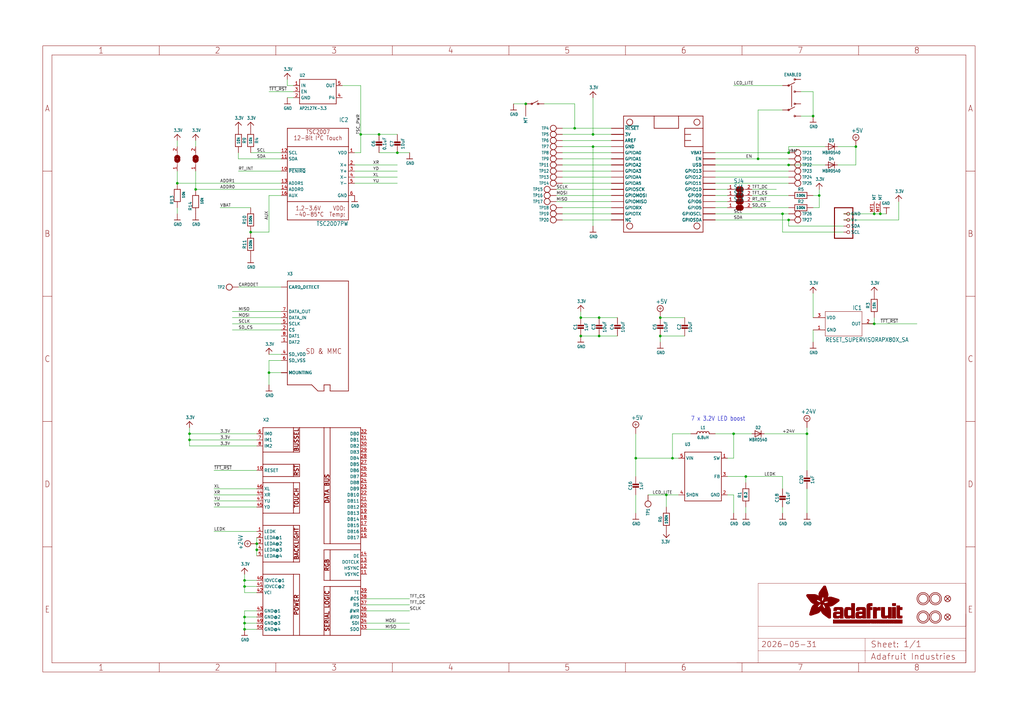
<source format=kicad_sch>
(kicad_sch (version 20231120) (generator "eeschema") (generator_version "8.0")
  (paper "User" 425.45 298.602)
  (lib_symbols
    (symbol "Adafruit 3.5in 480x320 FeatherWing Rev B-eagle-import:+24V" (power)
      (symbol "+24V_1_0"
        (pin power_in line (at 0 -2.54 90) (length 2.54) (name "+24V") (number "1"))
      )
    )
    (symbol "Adafruit 3.5in 480x320 FeatherWing Rev B-eagle-import:+5V" (power)
      (symbol "+5V_1_0"
        (pin power_in line (at 0 -2.54 90) (length 2.54) (name "+5V") (number "1"))
      )
    )
    (symbol "Adafruit 3.5in 480x320 FeatherWing Rev B-eagle-import:3.3V" (power)
      (symbol "3.3V_1_0"
        (pin power_in line (at 0 -2.54 90) (length 2.54) (name "3.3V") (number "1"))
      )
    )
    (symbol "Adafruit 3.5in 480x320 FeatherWing Rev B-eagle-import:CAP_CERAMIC0603_NO"
      (property "Reference" "C" (at -2.29 1.25 90))
      (symbol "CAP_CERAMIC0603_NO_1_0"
        (pin passive line (at 0 5.08 270) (length 2.54) (name "1") (number "1"))
        (pin passive line (at 0 -2.54 90) (length 2.54) (name "2") (number "2"))
      )
    )
    (symbol "Adafruit 3.5in 480x320 FeatherWing Rev B-eagle-import:CAP_CERAMIC0805-NOOUTLINE"
      (property "Reference" "C" (at -2.29 1.25 90))
      (symbol "CAP_CERAMIC0805-NOOUTLINE_1_0"
        (pin passive line (at 0 5.08 270) (length 2.54) (name "1") (number "1"))
        (pin passive line (at 0 -2.54 90) (length 2.54) (name "2") (number "2"))
      )
    )
    (symbol "Adafruit 3.5in 480x320 FeatherWing Rev B-eagle-import:DIODESOD-123"
      (property "Reference" "D" (at 0 2.54 0))
      (symbol "DIODESOD-123_1_0"
        (pin passive line (at -2.54 0 0) (length 2.54) (name "A") (number "A"))
        (pin passive line (at 2.54 0 180) (length 2.54) (name "C") (number "C"))
      )
    )
    (symbol "Adafruit 3.5in 480x320 FeatherWing Rev B-eagle-import:DISP_LCD_3.5IN_320X480_50PIN"
      (property "Reference" "X" (at -20.32 43.18 0))
      (symbol "DISP_LCD_3.5IN_320X480_50PIN_1_0"
        (text "BACKLIGHT" (at -6.35 -7.62 900) (effects (font (size 1.6764 1.6764) (thickness 0.3353) (bold yes))))
        (text "BUSSEL" (at -6.35 35.56 900) (effects (font (size 1.6764 1.6764) (thickness 0.3353) (bold yes))))
        (text "DATA BUS" (at 6.35 15.24 900) (effects (font (size 1.6764 1.6764) (thickness 0.3353) (bold yes))))
        (text "POWER" (at -6.35 -33.02 900) (effects (font (size 1.6764 1.6764) (thickness 0.3353) (bold yes))))
        (text "RGB" (at 6.35 -16.51 900) (effects (font (size 1.6764 1.6764) (thickness 0.3353) (bold yes))))
        (text "RST" (at -6.35 22.86 900) (effects (font (size 1.6764 1.6764) (thickness 0.3353) (bold yes))))
        (text "SERIAL LOGIC" (at 6.35 -35.56 900) (effects (font (size 1.6764 1.6764) (thickness 0.3353) (bold yes))))
        (text "TOUCH" (at -6.35 11.43 900) (effects (font (size 1.6764 1.6764) (thickness 0.3353) (bold yes))))
        (pin bidirectional line (at -22.86 -2.54 0) (length 2.54) (name "LEDK") (number "1"))
        (pin bidirectional line (at -22.86 22.86 0) (length 2.54) (name "RESET") (number "10"))
        (pin bidirectional line (at 22.86 -20.32 180) (length 2.54) (name "VSYNC") (number "11"))
        (pin bidirectional line (at 22.86 -17.78 180) (length 2.54) (name "HSYNC") (number "12"))
        (pin bidirectional line (at 22.86 -15.24 180) (length 2.54) (name "DOTCLK") (number "13"))
        (pin bidirectional line (at 22.86 -12.7 180) (length 2.54) (name "DE") (number "14"))
        (pin bidirectional line (at 22.86 -5.08 180) (length 2.54) (name "DB17") (number "15"))
        (pin bidirectional line (at 22.86 -2.54 180) (length 2.54) (name "DB16") (number "16"))
        (pin bidirectional line (at 22.86 0 180) (length 2.54) (name "DB15") (number "17"))
        (pin bidirectional line (at 22.86 2.54 180) (length 2.54) (name "DB14") (number "18"))
        (pin bidirectional line (at 22.86 5.08 180) (length 2.54) (name "DB13") (number "19"))
        (pin bidirectional line (at -22.86 -5.08 0) (length 2.54) (name "LEDA@1") (number "2"))
        (pin bidirectional line (at 22.86 7.62 180) (length 2.54) (name "DB12") (number "20"))
        (pin bidirectional line (at 22.86 10.16 180) (length 2.54) (name "DB11") (number "21"))
        (pin bidirectional line (at 22.86 12.7 180) (length 2.54) (name "DB10") (number "22"))
        (pin bidirectional line (at 22.86 15.24 180) (length 2.54) (name "DB9") (number "23"))
        (pin bidirectional line (at 22.86 17.78 180) (length 2.54) (name "DB8") (number "24"))
        (pin bidirectional line (at 22.86 20.32 180) (length 2.54) (name "DB7") (number "25"))
        (pin bidirectional line (at 22.86 22.86 180) (length 2.54) (name "DB6") (number "26"))
        (pin bidirectional line (at 22.86 25.4 180) (length 2.54) (name "DB5") (number "27"))
        (pin bidirectional line (at 22.86 27.94 180) (length 2.54) (name "DB4") (number "28"))
        (pin bidirectional line (at 22.86 30.48 180) (length 2.54) (name "DB3") (number "29"))
        (pin bidirectional line (at -22.86 -7.62 0) (length 2.54) (name "LEDA@2") (number "3"))
        (pin bidirectional line (at 22.86 33.02 180) (length 2.54) (name "DB2") (number "30"))
        (pin bidirectional line (at 22.86 35.56 180) (length 2.54) (name "DB1") (number "31"))
        (pin bidirectional line (at 22.86 38.1 180) (length 2.54) (name "DB0") (number "32"))
        (pin bidirectional line (at 22.86 -43.18 180) (length 2.54) (name "SDO") (number "33"))
        (pin bidirectional line (at 22.86 -40.64 180) (length 2.54) (name "SDI") (number "34"))
        (pin bidirectional line (at 22.86 -38.1 180) (length 2.54) (name "#RD") (number "35"))
        (pin bidirectional line (at 22.86 -35.56 180) (length 2.54) (name "#WR") (number "36"))
        (pin bidirectional line (at 22.86 -33.02 180) (length 2.54) (name "RS") (number "37"))
        (pin bidirectional line (at 22.86 -30.48 180) (length 2.54) (name "#CS") (number "38"))
        (pin bidirectional line (at 22.86 -27.94 180) (length 2.54) (name "TE") (number "39"))
        (pin bidirectional line (at -22.86 -10.16 0) (length 2.54) (name "LEDA@3") (number "4"))
        (pin bidirectional line (at -22.86 -22.86 0) (length 2.54) (name "IOVCC@1") (number "40"))
        (pin bidirectional line (at -22.86 -25.4 0) (length 2.54) (name "IOVCC@2") (number "41"))
        (pin bidirectional line (at -22.86 -27.94 0) (length 2.54) (name "VCI") (number "42"))
        (pin bidirectional line (at -22.86 -35.56 0) (length 2.54) (name "GND@1") (number "43"))
        (pin bidirectional line (at -22.86 12.7 0) (length 2.54) (name "XR") (number "44"))
        (pin bidirectional line (at -22.86 7.62 0) (length 2.54) (name "YD") (number "45"))
        (pin bidirectional line (at -22.86 15.24 0) (length 2.54) (name "XL") (number "46"))
        (pin bidirectional line (at -22.86 10.16 0) (length 2.54) (name "YU") (number "47"))
        (pin bidirectional line (at -22.86 -38.1 0) (length 2.54) (name "GND@2") (number "48"))
        (pin bidirectional line (at -22.86 -40.64 0) (length 2.54) (name "GND@3") (number "49"))
        (pin bidirectional line (at -22.86 -12.7 0) (length 2.54) (name "LEDA@4") (number "5"))
        (pin bidirectional line (at -22.86 -43.18 0) (length 2.54) (name "GND@4") (number "50"))
        (pin bidirectional line (at -22.86 38.1 0) (length 2.54) (name "IM0") (number "6"))
        (pin bidirectional line (at -22.86 35.56 0) (length 2.54) (name "IM1") (number "7"))
        (pin bidirectional line (at -22.86 33.02 0) (length 2.54) (name "IM2") (number "8"))
      )
    )
    (symbol "Adafruit 3.5in 480x320 FeatherWing Rev B-eagle-import:FEATHERWING_SMTDUAL"
      (symbol "FEATHERWING_SMTDUAL_1_0"
        (pin input line (at 5.08 -5.08 90) (length 5.08) (name "~{RESET}") (number "1"))
        (pin input line (at 5.08 -5.08 90) (length 5.08) (name "~{RESET}") (number "1'"))
        (pin bidirectional line (at 27.94 -5.08 90) (length 5.08) (name "GPIOA5") (number "10"))
        (pin bidirectional line (at 27.94 -5.08 90) (length 5.08) (name "GPIOA5") (number "10'"))
        (pin bidirectional line (at 30.48 -5.08 90) (length 5.08) (name "GPIOSCK") (number "11"))
        (pin bidirectional line (at 30.48 -5.08 90) (length 5.08) (name "GPIOSCK") (number "11'"))
        (pin bidirectional line (at 33.02 -5.08 90) (length 5.08) (name "GPIOMOSI") (number "12"))
        (pin bidirectional line (at 33.02 -5.08 90) (length 5.08) (name "GPIOMOSI") (number "12'"))
        (pin bidirectional line (at 35.56 -5.08 90) (length 5.08) (name "GPIOMISO") (number "13"))
        (pin bidirectional line (at 35.56 -5.08 90) (length 5.08) (name "GPIOMISO") (number "13'"))
        (pin bidirectional line (at 38.1 -5.08 90) (length 5.08) (name "GPIORX") (number "14"))
        (pin bidirectional line (at 38.1 -5.08 90) (length 5.08) (name "GPIORX") (number "14'"))
        (pin bidirectional line (at 40.64 -5.08 90) (length 5.08) (name "GPIOTX") (number "15"))
        (pin bidirectional line (at 40.64 -5.08 90) (length 5.08) (name "GPIOTX") (number "15'"))
        (pin passive line (at 43.18 -5.08 90) (length 5.08) (name "NC") (number "16"))
        (pin passive line (at 43.18 -5.08 90) (length 5.08) (name "NC") (number "16'"))
        (pin bidirectional line (at 43.18 38.1 270) (length 5.08) (name "GPIOSDA") (number "17"))
        (pin bidirectional line (at 43.18 38.1 270) (length 5.08) (name "GPIOSDA") (number "17'"))
        (pin bidirectional line (at 40.64 38.1 270) (length 5.08) (name "GPIOSCL") (number "18"))
        (pin bidirectional line (at 40.64 38.1 270) (length 5.08) (name "GPIOSCL") (number "18'"))
        (pin bidirectional line (at 38.1 38.1 270) (length 5.08) (name "GPIO5") (number "19"))
        (pin bidirectional line (at 38.1 38.1 270) (length 5.08) (name "GPIO5") (number "19'"))
        (pin power_in line (at 7.62 -5.08 90) (length 5.08) (name "3V") (number "2"))
        (pin power_in line (at 7.62 -5.08 90) (length 5.08) (name "3V") (number "2'"))
        (pin bidirectional line (at 35.56 38.1 270) (length 5.08) (name "GPIO6") (number "20"))
        (pin bidirectional line (at 35.56 38.1 270) (length 5.08) (name "GPIO6") (number "20'"))
        (pin bidirectional line (at 33.02 38.1 270) (length 5.08) (name "GPIO9") (number "21"))
        (pin bidirectional line (at 33.02 38.1 270) (length 5.08) (name "GPIO9") (number "21'"))
        (pin bidirectional line (at 30.48 38.1 270) (length 5.08) (name "GPIO10") (number "22"))
        (pin bidirectional line (at 30.48 38.1 270) (length 5.08) (name "GPIO10") (number "22'"))
        (pin bidirectional line (at 27.94 38.1 270) (length 5.08) (name "GPIO11") (number "23"))
        (pin bidirectional line (at 27.94 38.1 270) (length 5.08) (name "GPIO11") (number "23'"))
        (pin bidirectional line (at 25.4 38.1 270) (length 5.08) (name "GPIO12") (number "24"))
        (pin bidirectional line (at 25.4 38.1 270) (length 5.08) (name "GPIO12") (number "24'"))
        (pin bidirectional line (at 22.86 38.1 270) (length 5.08) (name "GPIO13") (number "25"))
        (pin bidirectional line (at 22.86 38.1 270) (length 5.08) (name "GPIO13") (number "25'"))
        (pin power_in line (at 20.32 38.1 270) (length 5.08) (name "USB") (number "26"))
        (pin power_in line (at 20.32 38.1 270) (length 5.08) (name "USB") (number "26'"))
        (pin passive line (at 17.78 38.1 270) (length 5.08) (name "EN") (number "27"))
        (pin passive line (at 17.78 38.1 270) (length 5.08) (name "EN") (number "27'"))
        (pin power_in line (at 15.24 38.1 270) (length 5.08) (name "VBAT") (number "28"))
        (pin power_in line (at 15.24 38.1 270) (length 5.08) (name "VBAT") (number "28'"))
        (pin passive line (at 10.16 -5.08 90) (length 5.08) (name "AREF") (number "3"))
        (pin passive line (at 10.16 -5.08 90) (length 5.08) (name "AREF") (number "3'"))
        (pin power_in line (at 12.7 -5.08 90) (length 5.08) (name "GND") (number "4"))
        (pin power_in line (at 12.7 -5.08 90) (length 5.08) (name "GND") (number "4'"))
        (pin bidirectional line (at 15.24 -5.08 90) (length 5.08) (name "GPIOA0") (number "5"))
        (pin bidirectional line (at 15.24 -5.08 90) (length 5.08) (name "GPIOA0") (number "5'"))
        (pin bidirectional line (at 17.78 -5.08 90) (length 5.08) (name "GPIOA1") (number "6"))
        (pin bidirectional line (at 17.78 -5.08 90) (length 5.08) (name "GPIOA1") (number "6'"))
        (pin bidirectional line (at 20.32 -5.08 90) (length 5.08) (name "GPIOA2") (number "7"))
        (pin bidirectional line (at 20.32 -5.08 90) (length 5.08) (name "GPIOA2") (number "7'"))
        (pin bidirectional line (at 22.86 -5.08 90) (length 5.08) (name "GPIOA3") (number "8"))
        (pin bidirectional line (at 22.86 -5.08 90) (length 5.08) (name "GPIOA3") (number "8'"))
        (pin bidirectional line (at 25.4 -5.08 90) (length 5.08) (name "GPIOA4") (number "9"))
        (pin bidirectional line (at 25.4 -5.08 90) (length 5.08) (name "GPIOA4") (number "9'"))
      )
    )
    (symbol "Adafruit 3.5in 480x320 FeatherWing Rev B-eagle-import:FIDUCIAL_1MM")
    (symbol "Adafruit 3.5in 480x320 FeatherWing Rev B-eagle-import:FRAME_A3_ADAFRUIT"
      (symbol "FRAME_A3_ADAFRUIT_1_0"
        (text "${#}/${##}" (at 357.505 10.16 0) (effects (font (size 2.54 2.54)) (justify left bottom)))
        (text "${CURRENT_DATE}" (at 298.45 10.16 0) (effects (font (size 2.286 2.286)) (justify left bottom)))
        (text "${PROJECTNAME}" (at 298.45 15.24 0) (effects (font (size 2.54 2.54)) (justify left bottom)))
        (text "1" (at 24.2094 1.905 0) (effects (font (size 2.54 2.286))))
        (text "1" (at 24.2094 258.445 0) (effects (font (size 2.54 2.286))))
        (text "2" (at 72.6281 1.905 0) (effects (font (size 2.54 2.286))))
        (text "2" (at 72.6281 258.445 0) (effects (font (size 2.54 2.286))))
        (text "3" (at 121.0469 1.905 0) (effects (font (size 2.54 2.286))))
        (text "3" (at 121.0469 258.445 0) (effects (font (size 2.54 2.286))))
        (text "4" (at 169.4656 1.905 0) (effects (font (size 2.54 2.286))))
        (text "4" (at 169.4656 258.445 0) (effects (font (size 2.54 2.286))))
        (text "5" (at 217.8844 1.905 0) (effects (font (size 2.54 2.286))))
        (text "5" (at 217.8844 258.445 0) (effects (font (size 2.54 2.286))))
        (text "6" (at 266.3031 1.905 0) (effects (font (size 2.54 2.286))))
        (text "6" (at 266.3031 258.445 0) (effects (font (size 2.54 2.286))))
        (text "7" (at 314.7219 1.905 0) (effects (font (size 2.54 2.286))))
        (text "7" (at 314.7219 258.445 0) (effects (font (size 2.54 2.286))))
        (text "8" (at 363.1406 1.905 0) (effects (font (size 2.54 2.286))))
        (text "8" (at 363.1406 258.445 0) (effects (font (size 2.54 2.286))))
        (text "A" (at 1.905 234.315 0) (effects (font (size 2.54 2.286))))
        (text "A" (at 385.445 234.315 0) (effects (font (size 2.54 2.286))))
        (text "Adafruit Industries" (at 343.916 4.953 0) (effects (font (size 2.54 2.54)) (justify left bottom)))
        (text "B" (at 1.905 182.245 0) (effects (font (size 2.54 2.286))))
        (text "B" (at 385.445 182.245 0) (effects (font (size 2.54 2.286))))
        (text "C" (at 1.905 130.175 0) (effects (font (size 2.54 2.286))))
        (text "C" (at 385.445 130.175 0) (effects (font (size 2.54 2.286))))
        (text "D" (at 1.905 78.105 0) (effects (font (size 2.54 2.286))))
        (text "D" (at 385.445 78.105 0) (effects (font (size 2.54 2.286))))
        (text "E" (at 1.905 26.035 0) (effects (font (size 2.54 2.286))))
        (text "E" (at 385.445 26.035 0) (effects (font (size 2.54 2.286))))
        (text "Sheet:" (at 343.916 10.033 0) (effects (font (size 2.54 2.54)) (justify left bottom)))
      )
    )
    (symbol "Adafruit 3.5in 480x320 FeatherWing Rev B-eagle-import:GND" (power)
      (symbol "GND_1_0"
        (pin power_in line (at 0 2.54 270) (length 2.54) (name "GND") (number "1"))
      )
    )
    (symbol "Adafruit 3.5in 480x320 FeatherWing Rev B-eagle-import:INDUCTORNR5040"
      (property "Reference" "L" (at 0 2.54 0))
      (symbol "INDUCTORNR5040_1_0"
        (pin passive line (at -5.08 0 0) (length 2.54) (name "1") (number "P$1"))
        (pin passive line (at 5.08 0 180) (length 2.54) (name "2") (number "P$2"))
      )
    )
    (symbol "Adafruit 3.5in 480x320 FeatherWing Rev B-eagle-import:MICROSD"
      (property "Reference" "X" (at -12.7 22.606 0))
      (symbol "MICROSD_1_0"
        (text "SD & MMC" (at -5.08 -10.16 0) (effects (font (size 2.1844 1.8567)) (justify left bottom)))
        (pin bidirectional line (at -15.24 -5.08 0) (length 2.54) (name "DAT2") (number "1"))
        (pin input line (at -15.24 0 0) (length 2.54) (name "CS") (number "2"))
        (pin input line (at -15.24 5.08 0) (length 2.54) (name "DATA_IN") (number "3"))
        (pin power_in line (at -15.24 -10.16 0) (length 2.54) (name "SD_VDD") (number "4"))
        (pin input line (at -15.24 2.54 0) (length 2.54) (name "SCLK") (number "5"))
        (pin power_in line (at -15.24 -12.7 0) (length 2.54) (name "SD_VSS") (number "6"))
        (pin output line (at -15.24 7.62 0) (length 2.54) (name "DATA_OUT") (number "7"))
        (pin bidirectional line (at -15.24 -2.54 0) (length 2.54) (name "DAT1") (number "8"))
        (pin passive line (at -15.24 17.78 0) (length 2.54) (name "CARD_DETECT") (number "CD1"))
        (pin passive line (at -15.24 17.78 0) (length 2.54) (name "CARD_DETECT") (number "CD2"))
        (pin passive line (at -15.24 -17.78 0) (length 2.54) (name "MOUNTING") (number "MT1"))
        (pin passive line (at -15.24 -17.78 0) (length 2.54) (name "MOUNTING") (number "MT2"))
      )
    )
    (symbol "Adafruit 3.5in 480x320 FeatherWing Rev B-eagle-import:MOUNTINGHOLE3.0THIN")
    (symbol "Adafruit 3.5in 480x320 FeatherWing Rev B-eagle-import:RESET_SUPERVISORAPX80X_SA"
      (property "Reference" "IC" (at 7.62 7.62 0))
      (symbol "RESET_SUPERVISORAPX80X_SA_1_0"
        (pin power_in line (at -12.7 -2.54 0) (length 5.08) (name "GND") (number "1"))
        (pin output line (at 12.7 0 180) (length 5.08) (name "OUT") (number "2"))
        (pin power_in line (at -12.7 2.54 0) (length 5.08) (name "VDD") (number "3"))
      )
    )
    (symbol "Adafruit 3.5in 480x320 FeatherWing Rev B-eagle-import:RESISTOR_0603_NOOUT"
      (property "Reference" "R" (at 0 2.54 0))
      (symbol "RESISTOR_0603_NOOUT_1_0"
        (pin passive line (at -5.08 0 0) (length 2.54) (name "1") (number "1"))
        (pin passive line (at 5.08 0 180) (length 2.54) (name "2") (number "2"))
      )
    )
    (symbol "Adafruit 3.5in 480x320 FeatherWing Rev B-eagle-import:SOLDERJUMPER"
      (property "Reference" "SJ" (at -2.54 2.54 0))
      (symbol "SOLDERJUMPER_1_0"
        (pin passive line (at -5.08 0 0) (length 2.54) (name "1") (number "1"))
        (pin passive line (at 5.08 0 180) (length 2.54) (name "2") (number "2"))
      )
    )
    (symbol "Adafruit 3.5in 480x320 FeatherWing Rev B-eagle-import:SOLDERJUMPER_CLOSED"
      (property "Reference" "SJ" (at -2.54 2.54 0))
      (symbol "SOLDERJUMPER_CLOSED_1_0"
        (pin passive line (at -5.08 0 0) (length 2.54) (name "1") (number "1"))
        (pin passive line (at 5.08 0 180) (length 2.54) (name "2") (number "2"))
      )
    )
    (symbol "Adafruit 3.5in 480x320 FeatherWing Rev B-eagle-import:STEMMA_I2C_QT"
      (symbol "STEMMA_I2C_QT_1_0"
        (pin passive inverted (at 0 5.08 0) (length 2.54) (name "GND") (number "1"))
        (pin passive inverted (at 0 2.54 0) (length 2.54) (name "V+") (number "2"))
        (pin passive inverted (at 0 0 0) (length 2.54) (name "SDA") (number "3"))
        (pin passive inverted (at 0 -2.54 0) (length 2.54) (name "SCL") (number "4"))
      )
      (symbol "STEMMA_I2C_QT_2_0"
        (pin bidirectional line (at 0 0 0) (length 5.08) (name "MT") (number "MT1"))
      )
      (symbol "STEMMA_I2C_QT_3_0"
        (pin bidirectional line (at 0 0 0) (length 5.08) (name "MT") (number "MT2"))
      )
    )
    (symbol "Adafruit 3.5in 480x320 FeatherWing Rev B-eagle-import:SWITCH_DPDTEG1390"
      (property "Reference" "SW" (at -4.445 8.89 0))
      (symbol "SWITCH_DPDTEG1390_1_0"
        (pin passive line (at 2.54 7.62 180) (length 2.54) (name "O1") (number "O1"))
        (pin passive line (at 2.54 -2.54 180) (length 2.54) (name "O2") (number "O2"))
        (pin passive line (at -5.08 5.08 0) (length 2.54) (name "P1") (number "P1"))
        (pin passive line (at -5.08 -5.08 0) (length 2.54) (name "P2") (number "P2"))
        (pin passive line (at 2.54 2.54 180) (length 2.54) (name "S1") (number "S1"))
        (pin passive line (at 2.54 -7.62 180) (length 2.54) (name "S2") (number "S2"))
      )
    )
    (symbol "Adafruit 3.5in 480x320 FeatherWing Rev B-eagle-import:SWITCH_SPST_MNT_TACT_RA"
      (symbol "SWITCH_SPST_MNT_TACT_RA_1_0"
        (pin passive line (at -5.08 0 0) (length 2.54) (name "P") (number "1"))
        (pin passive line (at 2.54 0 180) (length 2.54) (name "S") (number "2"))
      )
      (symbol "SWITCH_SPST_MNT_TACT_RA_2_0"
        (pin bidirectional line (at 0 0 0) (length 5.08) (name "MT") (number "MT1"))
        (pin bidirectional line (at 0 0 0) (length 5.08) (name "MT") (number "MT2"))
      )
    )
    (symbol "Adafruit 3.5in 480x320 FeatherWing Rev B-eagle-import:TESTPOINTPAD2MM"
      (property "Reference" "TP" (at 0 5.588 90))
      (symbol "TESTPOINTPAD2MM_1_0"
        (pin bidirectional line (at 0 0 90) (length 2.54) (name "P$1") (number "P$1"))
      )
    )
    (symbol "Adafruit 3.5in 480x320 FeatherWing Rev B-eagle-import:TSC2007PW"
      (property "Reference" "IC" (at -12.7 20.32 0))
      (symbol "TSC2007PW_1_0"
        (text "-40-85°C" (at -2.54 -19.05 0) (effects (font (size 1.778 1.5113)) (justify left bottom)))
        (text "1.2-3.6V" (at -1.27 -16.51 0) (effects (font (size 1.778 1.5113)) (justify left bottom)))
        (text "12-Bit I²C Touch" (at -10.16 12.7 0) (effects (font (size 1.778 1.5113)) (justify left bottom)))
        (text "Temp:" (at -11.43 -19.05 0) (effects (font (size 1.778 1.5113)) (justify left bottom)))
        (text "TSC2007" (at -5.08 15.24 0) (effects (font (size 1.778 1.5113)) (justify left bottom)))
        (text "VDD:" (at -11.43 -16.51 0) (effects (font (size 1.778 1.5113)) (justify left bottom)))
        (pin bidirectional line (at -15.24 7.62 0) (length 2.54) (name "VDD") (number "1"))
        (pin output line (at 15.24 0 180) (length 2.54) (name "~{PENIRQ}") (number "10"))
        (pin bidirectional line (at 15.24 5.08 180) (length 2.54) (name "SDA") (number "11"))
        (pin bidirectional line (at 15.24 7.62 180) (length 2.54) (name "SCL") (number "12"))
        (pin input line (at 15.24 -5.08 180) (length 2.54) (name "ADDR1") (number "13"))
        (pin input line (at 15.24 -7.62 180) (length 2.54) (name "ADDR0") (number "14"))
        (pin input line (at 15.24 -10.16 180) (length 2.54) (name "AUX") (number "16"))
        (pin input line (at -15.24 2.54 0) (length 2.54) (name "X+") (number "2"))
        (pin input line (at -15.24 0 0) (length 2.54) (name "Y+") (number "3"))
        (pin input line (at -15.24 -2.54 0) (length 2.54) (name "X-") (number "4"))
        (pin input line (at -15.24 -5.08 0) (length 2.54) (name "Y-") (number "5"))
        (pin bidirectional line (at -15.24 -10.16 0) (length 2.54) (name "GND") (number "6"))
      )
    )
    (symbol "Adafruit 3.5in 480x320 FeatherWing Rev B-eagle-import:VREG_BOOST_5PIN_SC70"
      (property "Reference" "U" (at -7.62 12.7 0))
      (symbol "VREG_BOOST_5PIN_SC70_1_0"
        (pin bidirectional line (at 10.16 7.62 180) (length 2.54) (name "SW") (number "1"))
        (pin bidirectional line (at 10.16 -7.62 180) (length 2.54) (name "GND") (number "2"))
        (pin bidirectional line (at 10.16 0 180) (length 2.54) (name "FB") (number "3"))
        (pin bidirectional line (at -10.16 -7.62 0) (length 2.54) (name "SHDN") (number "4"))
        (pin bidirectional line (at -10.16 7.62 0) (length 2.54) (name "VIN") (number "5"))
      )
    )
    (symbol "Adafruit 3.5in 480x320 FeatherWing Rev B-eagle-import:VREG_SOT23-5"
      (property "Reference" "U" (at -7.62 6.096 0))
      (symbol "VREG_SOT23-5_1_0"
        (pin power_in line (at -10.16 2.54 0) (length 2.54) (name "IN") (number "1"))
        (pin power_in line (at -10.16 -2.54 0) (length 2.54) (name "GND") (number "2"))
        (pin input line (at -10.16 0 0) (length 2.54) (name "EN") (number "3"))
        (pin bidirectional line (at 10.16 -2.54 180) (length 2.54) (name "P4") (number "4"))
        (pin power_in line (at 10.16 2.54 180) (length 2.54) (name "OUT") (number "5"))
      )
    )
    (symbol "Adafruit 3.5in 480x320 FeatherWing Rev B-eagle-import:adafruit_power_3.3V" (power)
      (symbol "adafruit_power_3.3V_1_0"
        (pin power_in line (at 0 -2.54 90) (length 2.54) (name "3.3V") (number "1"))
      )
    )
  )
  (junction (at 327.66 91.44))
  (junction (at 355.6 60.96))
  (junction (at 325.12 88.9))
  (junction (at 241.3 132.08))
  (junction (at 104.14 96.52))
  (junction (at 340.36 81.28))
  (junction (at 81.28 78.74))
  (junction (at 337.82 48.26))
  (junction (at 101.6 261.62))
  (junction (at 327.66 63.5))
  (junction (at 274.32 139.7))
  (junction (at 309.88 198.12))
  (junction (at 327.66 68.58))
  (junction (at 101.6 256.54))
  (junction (at 246.38 60.96))
  (junction (at 279.4 190.5))
  (junction (at 274.32 132.08))
  (junction (at 304.8 180.34))
  (junction (at 276.86 205.74))
  (junction (at 101.6 243.84))
  (junction (at 101.6 241.3))
  (junction (at 363.22 88.9))
  (junction (at 101.6 259.08))
  (junction (at 365.76 88.9))
  (junction (at 111.76 154.94))
  (junction (at 78.74 182.88))
  (junction (at 246.38 55.88))
  (junction (at 218.44 43.18))
  (junction (at 238.76 53.34))
  (junction (at 248.92 132.08))
  (junction (at 335.28 180.34))
  (junction (at 149.86 55.88))
  (junction (at 106.68 228.6))
  (junction (at 106.68 226.06))
  (junction (at 165.1 63.5))
  (junction (at 73.66 76.2))
  (junction (at 78.74 180.34))
  (junction (at 264.16 190.5))
  (junction (at 363.22 134.62))
  (junction (at 157.48 55.88))
  (junction (at 248.92 139.7))
  (junction (at 241.3 139.7))
  (junction (at 314.96 66.04))
  (wire (pts (xy 337.82 38.1) (xy 337.82 48.26)) (stroke (width 0.1524)))
  (wire (pts (xy 254 78.74) (xy 231.14 78.74)) (stroke (width 0.1524)))
  (wire (pts (xy 101.6 259.08) (xy 101.6 261.62)) (stroke (width 0.1524)))
  (wire (pts (xy 264.16 190.5) (xy 264.16 180.34)) (stroke (width 0.1524)))
  (wire (pts (xy 116.84 149.86) (xy 111.76 149.86)) (stroke (width 0.1524)))
  (wire (pts (xy 325.12 213.36) (xy 325.12 210.82)) (stroke (width 0.1524)))
  (wire (pts (xy 238.76 43.18) (xy 238.76 53.34)) (stroke (width 0.1524)))
  (wire (pts (xy 248.92 132.08) (xy 241.3 132.08)) (stroke (width 0.1524)))
  (wire (pts (xy 233.68 58.42) (xy 254 58.42)) (stroke (width 0.1524)))
  (wire (pts (xy 152.4 259.08) (xy 170.18 259.08)) (stroke (width 0.1524)))
  (wire (pts (xy 248.92 132.08) (xy 256.54 132.08)) (stroke (width 0.1524)))
  (wire (pts (xy 111.76 38.1) (xy 121.92 38.1)) (stroke (width 0.1524)))
  (wire (pts (xy 233.68 66.04) (xy 254 66.04)) (stroke (width 0.1524)))
  (wire (pts (xy 314.96 66.04) (xy 314.96 45.72)) (stroke (width 0.1524)))
  (wire (pts (xy 327.66 71.12) (xy 297.18 71.12)) (stroke (width 0.1524)))
  (wire (pts (xy 373.38 91.44) (xy 373.38 83.82)) (stroke (width 0.1524)))
  (wire (pts (xy 363.22 134.62) (xy 381 134.62)) (stroke (width 0.1524)))
  (wire (pts (xy 101.6 261.62) (xy 106.68 261.62)) (stroke (width 0.1524)))
  (wire (pts (xy 332.74 48.26) (xy 337.82 48.26)) (stroke (width 0.1524)))
  (wire (pts (xy 335.28 195.58) (xy 335.28 180.34)) (stroke (width 0.1524)))
  (wire (pts (xy 147.32 76.2) (xy 165.1 76.2)) (stroke (width 0.1524)))
  (wire (pts (xy 256.54 139.7) (xy 248.92 139.7)) (stroke (width 0.1524)))
  (wire (pts (xy 327.66 88.9) (xy 325.12 88.9)) (stroke (width 0.1524)))
  (wire (pts (xy 340.36 86.36) (xy 337.82 86.36)) (stroke (width 0.1524)))
  (wire (pts (xy 106.68 208.28) (xy 88.9 208.28)) (stroke (width 0.1524)))
  (wire (pts (xy 116.84 132.08) (xy 96.52 132.08)) (stroke (width 0.1524)))
  (wire (pts (xy 347.98 68.58) (xy 355.6 68.58)) (stroke (width 0.1524)))
  (wire (pts (xy 73.66 76.2) (xy 73.66 71.12)) (stroke (width 0.1524)))
  (wire (pts (xy 106.68 226.06) (xy 106.68 228.6)) (stroke (width 0.1524)))
  (wire (pts (xy 73.66 88.9) (xy 73.66 86.36)) (stroke (width 0.1524)))
  (wire (pts (xy 327.66 68.58) (xy 342.9 68.58)) (stroke (width 0.1524)))
  (wire (pts (xy 327.66 66.04) (xy 314.96 66.04)) (stroke (width 0.1524)))
  (wire (pts (xy 327.66 60.96) (xy 342.9 60.96)) (stroke (width 0.1524)))
  (wire (pts (xy 314.96 66.04) (xy 297.18 66.04)) (stroke (width 0.1524)))
  (wire (pts (xy 302.26 86.36) (xy 297.18 86.36)) (stroke (width 0.1524)))
  (wire (pts (xy 350.52 88.9) (xy 363.22 88.9)) (stroke (width 0.1524)))
  (wire (pts (xy 106.68 203.2) (xy 88.9 203.2)) (stroke (width 0.1524)))
  (wire (pts (xy 78.74 185.42) (xy 78.74 182.88)) (stroke (width 0.1524)))
  (wire (pts (xy 233.68 73.66) (xy 254 73.66)) (stroke (width 0.1524)))
  (wire (pts (xy 312.42 78.74) (xy 322.58 78.74)) (stroke (width 0.1524)))
  (wire (pts (xy 218.44 43.18) (xy 213.36 43.18)) (stroke (width 0.1524)))
  (wire (pts (xy 157.48 55.88) (xy 165.1 55.88)) (stroke (width 0.1524)))
  (wire (pts (xy 106.68 254) (xy 101.6 254)) (stroke (width 0.1524)))
  (wire (pts (xy 279.4 190.5) (xy 264.16 190.5)) (stroke (width 0.1524)))
  (wire (pts (xy 231.14 81.28) (xy 254 81.28)) (stroke (width 0.1524)))
  (wire (pts (xy 332.74 38.1) (xy 337.82 38.1)) (stroke (width 0.1524)))
  (wire (pts (xy 149.86 55.88) (xy 157.48 55.88)) (stroke (width 0.1524)))
  (wire (pts (xy 116.84 119.38) (xy 99.06 119.38)) (stroke (width 0.1524)))
  (wire (pts (xy 101.6 254) (xy 101.6 256.54)) (stroke (width 0.1524)))
  (wire (pts (xy 111.76 149.86) (xy 111.76 154.94)) (stroke (width 0.1524)))
  (wire (pts (xy 246.38 40.64) (xy 246.38 55.88)) (stroke (width 0.1524)))
  (wire (pts (xy 233.68 63.5) (xy 254 63.5)) (stroke (width 0.1524)))
  (wire (pts (xy 233.68 86.36) (xy 254 86.36)) (stroke (width 0.1524)))
  (wire (pts (xy 78.74 182.88) (xy 106.68 182.88)) (stroke (width 0.1524)))
  (wire (pts (xy 147.32 71.12) (xy 165.1 71.12)) (stroke (width 0.1524)))
  (wire (pts (xy 101.6 259.08) (xy 106.68 259.08)) (stroke (width 0.1524)))
  (wire (pts (xy 152.4 251.46) (xy 170.18 251.46)) (stroke (width 0.1524)))
  (wire (pts (xy 297.18 88.9) (xy 325.12 88.9)) (stroke (width 0.1524)))
  (wire (pts (xy 119.38 40.64) (xy 121.92 40.64)) (stroke (width 0.1524)))
  (wire (pts (xy 106.68 185.42) (xy 78.74 185.42)) (stroke (width 0.1524)))
  (wire (pts (xy 101.6 256.54) (xy 101.6 259.08)) (stroke (width 0.1524)))
  (wire (pts (xy 302.26 205.74) (xy 304.8 205.74)) (stroke (width 0.1524)))
  (wire (pts (xy 302.26 83.82) (xy 297.18 83.82)) (stroke (width 0.1524)))
  (wire (pts (xy 327.66 73.66) (xy 297.18 73.66)) (stroke (width 0.1524)))
  (wire (pts (xy 304.8 205.74) (xy 304.8 213.36)) (stroke (width 0.1524)))
  (wire (pts (xy 340.36 78.74) (xy 340.36 81.28)) (stroke (width 0.1524)))
  (wire (pts (xy 350.52 91.44) (xy 373.38 91.44)) (stroke (width 0.1524)))
  (wire (pts (xy 279.4 190.5) (xy 279.4 180.34)) (stroke (width 0.1524)))
  (wire (pts (xy 88.9 195.58) (xy 106.68 195.58)) (stroke (width 0.1524)))
  (wire (pts (xy 363.22 132.08) (xy 363.22 134.62)) (stroke (width 0.1524)))
  (wire (pts (xy 233.68 53.34) (xy 238.76 53.34)) (stroke (width 0.1524)))
  (wire (pts (xy 152.4 261.62) (xy 170.18 261.62)) (stroke (width 0.1524)))
  (wire (pts (xy 96.52 129.54) (xy 116.84 129.54)) (stroke (width 0.1524)))
  (wire (pts (xy 116.84 71.12) (xy 99.06 71.12)) (stroke (width 0.1524)))
  (wire (pts (xy 246.38 55.88) (xy 254 55.88)) (stroke (width 0.1524)))
  (wire (pts (xy 368.3 88.9) (xy 365.76 88.9)) (stroke (width 0.1524)))
  (wire (pts (xy 233.68 76.2) (xy 254 76.2)) (stroke (width 0.1524)))
  (wire (pts (xy 312.42 83.82) (xy 320.04 83.82)) (stroke (width 0.1524)))
  (wire (pts (xy 111.76 154.94) (xy 116.84 154.94)) (stroke (width 0.1524)))
  (wire (pts (xy 101.6 246.38) (xy 101.6 243.84)) (stroke (width 0.1524)))
  (wire (pts (xy 106.68 205.74) (xy 88.9 205.74)) (stroke (width 0.1524)))
  (wire (pts (xy 327.66 91.44) (xy 327.66 93.98)) (stroke (width 0.1524)))
  (wire (pts (xy 327.66 76.2) (xy 297.18 76.2)) (stroke (width 0.1524)))
  (wire (pts (xy 106.68 180.34) (xy 78.74 180.34)) (stroke (width 0.1524)))
  (wire (pts (xy 101.6 241.3) (xy 101.6 243.84)) (stroke (width 0.1524)))
  (wire (pts (xy 152.4 248.92) (xy 170.18 248.92)) (stroke (width 0.1524)))
  (wire (pts (xy 363.22 88.9) (xy 365.76 88.9)) (stroke (width 0.1524)))
  (wire (pts (xy 111.76 81.28) (xy 116.84 81.28)) (stroke (width 0.1524)))
  (wire (pts (xy 335.28 203.2) (xy 335.28 213.36)) (stroke (width 0.1524)))
  (wire (pts (xy 327.66 68.58) (xy 297.18 68.58)) (stroke (width 0.1524)))
  (wire (pts (xy 96.52 137.16) (xy 116.84 137.16)) (stroke (width 0.1524)))
  (wire (pts (xy 116.84 76.2) (xy 73.66 76.2)) (stroke (width 0.1524)))
  (wire (pts (xy 304.8 190.5) (xy 302.26 190.5)) (stroke (width 0.1524)))
  (wire (pts (xy 241.3 129.54) (xy 241.3 132.08)) (stroke (width 0.1524)))
  (wire (pts (xy 165.1 63.5) (xy 170.18 63.5)) (stroke (width 0.1524)))
  (wire (pts (xy 297.18 180.34) (xy 304.8 180.34)) (stroke (width 0.1524)))
  (wire (pts (xy 350.52 96.52) (xy 325.12 96.52)) (stroke (width 0.1524)))
  (wire (pts (xy 276.86 210.82) (xy 276.86 205.74)) (stroke (width 0.1524)))
  (wire (pts (xy 327.66 63.5) (xy 327.66 60.96)) (stroke (width 0.1524)))
  (wire (pts (xy 226.06 43.18) (xy 238.76 43.18)) (stroke (width 0.1524)))
  (wire (pts (xy 327.66 93.98) (xy 350.52 93.98)) (stroke (width 0.1524)))
  (wire (pts (xy 78.74 182.88) (xy 78.74 180.34)) (stroke (width 0.1524)))
  (wire (pts (xy 233.68 88.9) (xy 254 88.9)) (stroke (width 0.1524)))
  (wire (pts (xy 116.84 134.62) (xy 96.52 134.62)) (stroke (width 0.1524)))
  (wire (pts (xy 327.66 86.36) (xy 312.42 86.36)) (stroke (width 0.1524)))
  (wire (pts (xy 147.32 63.5) (xy 149.86 63.5)) (stroke (width 0.1524)))
  (wire (pts (xy 119.38 35.56) (xy 121.92 35.56)) (stroke (width 0.1524)))
  (wire (pts (xy 106.68 220.98) (xy 88.9 220.98)) (stroke (width 0.1524)))
  (wire (pts (xy 233.68 68.58) (xy 254 68.58)) (stroke (width 0.1524)))
  (wire (pts (xy 106.68 256.54) (xy 101.6 256.54)) (stroke (width 0.1524)))
  (wire (pts (xy 106.68 223.52) (xy 106.68 226.06)) (stroke (width 0.1524)))
  (wire (pts (xy 335.28 177.8) (xy 335.28 180.34)) (stroke (width 0.1524)))
  (wire (pts (xy 276.86 205.74) (xy 269.24 205.74)) (stroke (width 0.1524)))
  (wire (pts (xy 264.16 190.5) (xy 264.16 198.12)) (stroke (width 0.1524)))
  (wire (pts (xy 246.38 93.98) (xy 246.38 60.96)) (stroke (width 0.1524)))
  (wire (pts (xy 246.38 60.96) (xy 254 60.96)) (stroke (width 0.1524)))
  (wire (pts (xy 304.8 180.34) (xy 312.42 180.34)) (stroke (width 0.1524)))
  (wire (pts (xy 104.14 86.36) (xy 91.44 86.36)) (stroke (width 0.1524)))
  (wire (pts (xy 327.66 81.28) (xy 312.42 81.28)) (stroke (width 0.1524)))
  (wire (pts (xy 233.68 55.88) (xy 246.38 55.88)) (stroke (width 0.1524)))
  (wire (pts (xy 314.96 45.72) (xy 325.12 45.72)) (stroke (width 0.1524)))
  (wire (pts (xy 340.36 81.28) (xy 337.82 81.28)) (stroke (width 0.1524)))
  (wire (pts (xy 81.28 58.42) (xy 81.28 60.96)) (stroke (width 0.1524)))
  (wire (pts (xy 116.84 63.5) (xy 104.14 63.5)) (stroke (width 0.1524)))
  (wire (pts (xy 302.26 81.28) (xy 297.18 81.28)) (stroke (width 0.1524)))
  (wire (pts (xy 340.36 86.36) (xy 340.36 81.28)) (stroke (width 0.1524)))
  (wire (pts (xy 241.3 139.7) (xy 248.92 139.7)) (stroke (width 0.1524)))
  (wire (pts (xy 111.76 160.02) (xy 111.76 154.94)) (stroke (width 0.1524)))
  (wire (pts (xy 116.84 78.74) (xy 81.28 78.74)) (stroke (width 0.1524)))
  (wire (pts (xy 274.32 142.24) (xy 274.32 139.7)) (stroke (width 0.1524)))
  (wire (pts (xy 106.68 241.3) (xy 101.6 241.3)) (stroke (width 0.1524)))
  (wire (pts (xy 147.32 73.66) (xy 165.1 73.66)) (stroke (width 0.1524)))
  (wire (pts (xy 111.76 96.52) (xy 111.76 81.28)) (stroke (width 0.1524)))
  (wire (pts (xy 327.66 91.44) (xy 297.18 91.44)) (stroke (width 0.1524)))
  (wire (pts (xy 149.86 55.88) (xy 149.86 63.5)) (stroke (width 0.1524)))
  (wire (pts (xy 78.74 180.34) (xy 78.74 177.8)) (stroke (width 0.1524)))
  (wire (pts (xy 73.66 58.42) (xy 73.66 60.96)) (stroke (width 0.1524)))
  (wire (pts (xy 302.26 198.12) (xy 309.88 198.12)) (stroke (width 0.1524)))
  (wire (pts (xy 149.86 35.56) (xy 149.86 55.88)) (stroke (width 0.1524)))
  (wire (pts (xy 337.82 142.24) (xy 337.82 137.16)) (stroke (width 0.1524)))
  (wire (pts (xy 116.84 147.32) (xy 111.76 147.32)) (stroke (width 0.1524)))
  (wire (pts (xy 279.4 180.34) (xy 287.02 180.34)) (stroke (width 0.1524)))
  (wire (pts (xy 147.32 68.58) (xy 165.1 68.58)) (stroke (width 0.1524)))
  (wire (pts (xy 142.24 35.56) (xy 149.86 35.56)) (stroke (width 0.1524)))
  (wire (pts (xy 281.94 205.74) (xy 276.86 205.74)) (stroke (width 0.1524)))
  (wire (pts (xy 157.48 63.5) (xy 165.1 63.5)) (stroke (width 0.1524)))
  (wire (pts (xy 101.6 238.76) (xy 101.6 241.3)) (stroke (width 0.1524)))
  (wire (pts (xy 274.32 132.08) (xy 284.48 132.08)) (stroke (width 0.1524)))
  (wire (pts (xy 309.88 198.12) (xy 325.12 198.12)) (stroke (width 0.1524)))
  (wire (pts (xy 325.12 96.52) (xy 325.12 88.9)) (stroke (width 0.1524)))
  (wire (pts (xy 104.14 96.52) (xy 111.76 96.52)) (stroke (width 0.1524)))
  (wire (pts (xy 360.68 134.62) (xy 363.22 134.62)) (stroke (width 0.1524)))
  (wire (pts (xy 302.26 78.74) (xy 297.18 78.74)) (stroke (width 0.1524)))
  (wire (pts (xy 309.88 213.36) (xy 309.88 210.82)) (stroke (width 0.1524)))
  (wire (pts (xy 106.68 246.38) (xy 101.6 246.38)) (stroke (width 0.1524)))
  (wire (pts (xy 264.16 205.74) (xy 264.16 213.36)) (stroke (width 0.1524)))
  (wire (pts (xy 246.38 60.96) (xy 233.68 60.96)) (stroke (width 0.1524)))
  (wire (pts (xy 304.8 180.34) (xy 304.8 190.5)) (stroke (width 0.1524)))
  (wire (pts (xy 119.38 33.02) (xy 119.38 35.56)) (stroke (width 0.1524)))
  (wire (pts (xy 254 83.82) (xy 231.14 83.82)) (stroke (width 0.1524)))
  (wire (pts (xy 274.32 139.7) (xy 284.48 139.7)) (stroke (width 0.1524)))
  (wire (pts (xy 99.06 66.04) (xy 99.06 63.5)) (stroke (width 0.1524)))
  (wire (pts (xy 233.68 71.12) (xy 254 71.12)) (stroke (width 0.1524)))
  (wire (pts (xy 355.6 60.96) (xy 347.98 60.96)) (stroke (width 0.1524)))
  (wire (pts (xy 106.68 228.6) (xy 106.68 231.14)) (stroke (width 0.1524)))
  (wire (pts (xy 325.12 35.56) (xy 304.8 35.56)) (stroke (width 0.1524)))
  (wire (pts (xy 325.12 198.12) (xy 325.12 203.2)) (stroke (width 0.1524)))
  (wire (pts (xy 152.4 254) (xy 170.18 254)) (stroke (width 0.1524)))
  (wire (pts (xy 327.66 63.5) (xy 297.18 63.5)) (stroke (width 0.1524)))
  (wire (pts (xy 317.5 180.34) (xy 335.28 180.34)) (stroke (width 0.1524)))
  (wire (pts (xy 281.94 190.5) (xy 279.4 190.5)) (stroke (width 0.1524)))
  (wire (pts (xy 355.6 68.58) (xy 355.6 60.96)) (stroke (width 0.1524)))
  (wire (pts (xy 99.06 66.04) (xy 116.84 66.04)) (stroke (width 0.1524)))
  (wire (pts (xy 233.68 91.44) (xy 254 91.44)) (stroke (width 0.1524)))
  (wire (pts (xy 106.68 210.82) (xy 88.9 210.82)) (stroke (width 0.1524)))
  (wire (pts (xy 337.82 132.08) (xy 337.82 121.92)) (stroke (width 0.1524)))
  (wire (pts (xy 101.6 243.84) (xy 106.68 243.84)) (stroke (width 0.1524)))
  (wire (pts (xy 238.76 53.34) (xy 254 53.34)) (stroke (width 0.1524)))
  (wire (pts (xy 81.28 78.74) (xy 81.28 71.12)) (stroke (width 0.1524)))
  (wire (pts (xy 309.88 200.66) (xy 309.88 198.12)) (stroke (width 0.1524)))
  (text "7 x 3.2V LED boost" (at 287.02 175.26 0) (effects (font (size 1.778 1.5113)) (justify left bottom)))
  (label "SD_CS" (at 312.42 86.36 0) (effects (font (size 1.2446 1.2446))))
  (label "RT_INT" (at 99.06 71.12 0) (effects (font (size 1.2446 1.2446))))
  (label "YD" (at 88.9 210.82 0) (effects (font (size 1.2446 1.2446))))
  (label "MOSI" (at 99.06 132.08 0) (effects (font (size 1.2446 1.2446))))
  (label "SCL" (at 304.8 88.9 0) (effects (font (size 1.2446 1.2446))))
  (label "LCD_LITE" (at 279.4 205.74 180) (effects (font (size 1.2446 1.2446))))
  (label "TFT_DC" (at 170.18 251.46 0) (effects (font (size 1.2446 1.2446))))
  (label "XL" (at 88.9 203.2 0) (effects (font (size 1.2446 1.2446))))
  (label "MOSI" (at 231.14 81.28 0) (effects (font (size 1.2446 1.2446))))
  (label "+24V" (at 330.2 180.34 180) (effects (font (size 1.2446 1.2446))))
  (label "CARDDET" (at 99.06 119.38 0) (effects (font (size 1.2446 1.2446))))
  (label "SD_CS" (at 99.06 137.16 0) (effects (font (size 1.2446 1.2446))))
  (label "EN" (at 309.88 66.04 0) (effects (font (size 1.2446 1.2446))))
  (label "TFT_DC" (at 312.42 78.74 0) (effects (font (size 1.2446 1.2446))))
  (label "RT_INT" (at 312.42 83.82 0) (effects (font (size 1.2446 1.2446))))
  (label "TFT_CS" (at 312.42 81.28 0) (effects (font (size 1.2446 1.2446))))
  (label "MOSI" (at 160.02 259.08 0) (effects (font (size 1.2446 1.2446))))
  (label "ADDR0" (at 91.44 78.74 0) (effects (font (size 1.2446 1.2446))))
  (label "SCL" (at 106.68 63.5 0) (effects (font (size 1.2446 1.2446))))
  (label "YU" (at 154.94 76.2 0) (effects (font (size 1.2446 1.2446))))
  (label "XR" (at 154.94 68.58 0) (effects (font (size 1.2446 1.2446))))
  (label "TSC_PWR" (at 149.86 55.88 90) (effects (font (size 1.2446 1.2446))))
  (label "LEDK" (at 88.9 220.98 0) (effects (font (size 1.2446 1.2446))))
  (label "~{TFT_RST}" (at 365.76 134.62 0) (effects (font (size 1.2446 1.2446))))
  (label "SCLK" (at 231.14 78.74 0) (effects (font (size 1.2446 1.2446))))
  (label "LEDK" (at 317.5 198.12 0) (effects (font (size 1.2446 1.2446))))
  (label "SDA" (at 304.8 91.44 0) (effects (font (size 1.2446 1.2446))))
  (label "3.3V" (at 91.44 180.34 0) (effects (font (size 1.2446 1.2446))))
  (label "TFT_CS" (at 170.18 248.92 0) (effects (font (size 1.2446 1.2446))))
  (label "LCD_LITE" (at 304.8 35.56 0) (effects (font (size 1.2446 1.2446))))
  (label "VBAT" (at 327.66 63.5 0) (effects (font (size 1.016 1.016))))
  (label "YU" (at 88.9 208.28 0) (effects (font (size 1.2446 1.2446))))
  (label "VBAT" (at 91.44 86.36 0) (effects (font (size 1.2446 1.2446))))
  (label "3.3V" (at 91.44 182.88 0) (effects (font (size 1.2446 1.2446))))
  (label "YD" (at 154.94 71.12 0) (effects (font (size 1.2446 1.2446))))
  (label "MISO" (at 99.06 129.54 0) (effects (font (size 1.2446 1.2446))))
  (label "AUX" (at 111.76 91.44 90) (effects (font (size 1.2446 1.2446))))
  (label "SDA" (at 106.68 66.04 0) (effects (font (size 1.2446 1.2446))))
  (label "SCLK" (at 99.06 134.62 0) (effects (font (size 1.2446 1.2446))))
  (label "3.3V" (at 91.44 185.42 0) (effects (font (size 1.2446 1.2446))))
  (label "SCLK" (at 170.18 254 0) (effects (font (size 1.2446 1.2446))))
  (label "XL" (at 154.94 73.66 0) (effects (font (size 1.2446 1.2446))))
  (label "~{TFT_RST}" (at 88.9 195.58 0) (effects (font (size 1.2446 1.2446))))
  (label "XR" (at 88.9 205.74 0) (effects (font (size 1.2446 1.2446))))
  (label "~{TFT_RST}" (at 111.76 38.1 0) (effects (font (size 1.2446 1.2446))))
  (label "MISO" (at 160.02 261.62 0) (effects (font (size 1.2446 1.2446))))
  (label "ADDR1" (at 91.44 76.2 0) (effects (font (size 1.2446 1.2446))))
  (label "MISO" (at 231.14 83.82 0) (effects (font (size 1.2446 1.2446))))
  (symbol (lib_id "Adafruit 3.5in 480x320 FeatherWing Rev B-eagle-import:VREG_BOOST_5PIN_SC70") (at 292.1 198.12 0) (unit 1)
    (property "Reference" "U3" (at 284.48 185.42 0) (effects (font (size 1.27 1.0795)) (justify left bottom)))
    (property "Value" "VREG_BOOST_5PIN_SC70" (effects (hide yes)))
    (property "Footprint" "Adafruit 3.5in 480x320 FeatherWing Rev B:SC70-5" (effects (hide yes)))
  )
  (symbol (lib_id "Adafruit 3.5in 480x320 FeatherWing Rev B-eagle-import:MOUNTINGHOLE3.0THIN") (at 383.54 248.92 0) (unit 1)
    (property "Reference" "U$15" (effects (hide yes)))
    (property "Value" "MOUNTINGHOLE3.0THIN" (effects (hide yes)))
    (property "Footprint" "Adafruit 3.5in 480x320 FeatherWing Rev B:MOUNTINGHOLE_3.0_PLATEDTHIN" (effects (hide yes)))
  )
  (symbol (lib_id "Adafruit 3.5in 480x320 FeatherWing Rev B-eagle-import:SOLDERJUMPER_CLOSED") (at 307.34 86.36 0) (unit 1)
    (property "Reference" "SJ3" (at 304.8 83.82 0) (effects (font (size 1.778 1.5113)) (justify left bottom)))
    (property "Value" "SOLDERJUMPER_CLOSED" (effects (hide yes)))
    (property "Footprint" "Adafruit 3.5in 480x320 FeatherWing Rev B:SOLDERJUMPER_CLOSEDWIRE" (effects (hide yes)))
  )
  (symbol (lib_id "Adafruit 3.5in 480x320 FeatherWing Rev B-eagle-import:RESISTOR_0603_NOOUT") (at 332.74 81.28 0) (unit 1)
    (property "Reference" "R5" (at 332.74 78.74 0))
    (property "Value" "100k" (at 332.74 81.28 0) (effects (font (size 1.016 1.016) (bold yes))))
    (property "Footprint" "Adafruit 3.5in 480x320 FeatherWing Rev B:0603-NO" (effects (hide yes)))
  )
  (symbol (lib_id "Adafruit 3.5in 480x320 FeatherWing Rev B-eagle-import:TESTPOINTPAD2MM") (at 327.66 88.9 270) (unit 1)
    (property "Reference" "TP26" (at 333.248 88.9 90) (effects (font (size 1.27 1.0795)) (justify left)))
    (property "Value" "TESTPOINTPAD2MM" (effects (hide yes)))
    (property "Footprint" "Adafruit 3.5in 480x320 FeatherWing Rev B:TESTPOINT_PAD_2MM" (effects (hide yes)))
  )
  (symbol (lib_id "Adafruit 3.5in 480x320 FeatherWing Rev B-eagle-import:FIDUCIAL_1MM") (at 393.7 248.92 0) (unit 1)
    (property "Reference" "U$23" (effects (hide yes)))
    (property "Value" "FIDUCIAL_1MM" (effects (hide yes)))
    (property "Footprint" "Adafruit 3.5in 480x320 FeatherWing Rev B:FIDUCIAL_1MM" (effects (hide yes)))
  )
  (symbol (lib_id "Adafruit 3.5in 480x320 FeatherWing Rev B-eagle-import:RESISTOR_0603_NOOUT") (at 73.66 81.28 90) (unit 1)
    (property "Reference" "R13" (at 72.1614 85.09 0) (effects (justify left bottom)))
    (property "Value" "10k" (at 76.962 82.55 0) (effects (font (size 1.016 1.016) (bold yes)) (justify left bottom)))
    (property "Footprint" "Adafruit 3.5in 480x320 FeatherWing Rev B:0603-NO" (effects (hide yes)))
  )
  (symbol (lib_id "Adafruit 3.5in 480x320 FeatherWing Rev B-eagle-import:TESTPOINTPAD2MM") (at 233.68 86.36 90) (unit 1)
    (property "Reference" "TP18" (at 228.092 86.36 90) (effects (font (size 1.27 1.0795)) (justify left)))
    (property "Value" "TESTPOINTPAD2MM" (effects (hide yes)))
    (property "Footprint" "Adafruit 3.5in 480x320 FeatherWing Rev B:TESTPOINT_PAD_2MM" (effects (hide yes)))
  )
  (symbol (lib_id "Adafruit 3.5in 480x320 FeatherWing Rev B-eagle-import:TESTPOINTPAD2MM") (at 233.68 73.66 90) (unit 1)
    (property "Reference" "TP13" (at 228.092 73.66 90) (effects (font (size 1.27 1.0795)) (justify left)))
    (property "Value" "TESTPOINTPAD2MM" (effects (hide yes)))
    (property "Footprint" "Adafruit 3.5in 480x320 FeatherWing Rev B:TESTPOINT_PAD_2MM" (effects (hide yes)))
  )
  (symbol (lib_id "Adafruit 3.5in 480x320 FeatherWing Rev B-eagle-import:SOLDERJUMPER") (at 73.66 66.04 270) (mirror x) (unit 1)
    (property "Reference" "ICSP_CLK1" (effects (hide yes)))
    (property "Value" "SOLDERJUMPER" (effects (hide yes)))
    (property "Footprint" "Adafruit 3.5in 480x320 FeatherWing Rev B:SOLDERJUMPER_ARROW_NOPASTE" (effects (hide yes)))
  )
  (symbol (lib_id "Adafruit 3.5in 480x320 FeatherWing Rev B-eagle-import:DIODESOD-123") (at 345.44 68.58 0) (unit 1)
    (property "Reference" "D4" (at 345.44 66.04 0) (effects (font (size 1.27 1.0795))))
    (property "Value" "MBR0540" (at 345.44 71.08 0) (effects (font (size 1.27 1.0795))))
    (property "Footprint" "Adafruit 3.5in 480x320 FeatherWing Rev B:SOD-123" (effects (hide yes)))
  )
  (symbol (lib_id "Adafruit 3.5in 480x320 FeatherWing Rev B-eagle-import:FEATHERWING_SMTDUAL") (at 259.08 48.26 270) (unit 1)
    (property "Reference" "MS2" (effects (hide yes)))
    (property "Value" "FEATHERWING_SMTDUAL" (effects (hide yes)))
    (property "Footprint" "Adafruit 3.5in 480x320 FeatherWing Rev B:FEATHERWING_SMT2" (effects (hide yes)))
  )
  (symbol (lib_id "Adafruit 3.5in 480x320 FeatherWing Rev B-eagle-import:MICROSD") (at 132.08 137.16 0) (unit 1)
    (property "Reference" "X3" (at 119.38 114.554 0) (effects (font (size 1.27 1.0795)) (justify left bottom)))
    (property "Value" "MICROSD" (effects (hide yes)))
    (property "Footprint" "Adafruit 3.5in 480x320 FeatherWing Rev B:MICROSD" (effects (hide yes)))
  )
  (symbol (lib_id "Adafruit 3.5in 480x320 FeatherWing Rev B-eagle-import:TESTPOINTPAD2MM") (at 231.14 78.74 90) (unit 1)
    (property "Reference" "TP15" (at 225.552 78.74 90) (effects (font (size 1.27 1.0795)) (justify left)))
    (property "Value" "TESTPOINTPAD2MM" (effects (hide yes)))
    (property "Footprint" "Adafruit 3.5in 480x320 FeatherWing Rev B:TESTPOINT_PAD_2MM" (effects (hide yes)))
  )
  (symbol (lib_id "Adafruit 3.5in 480x320 FeatherWing Rev B-eagle-import:CAP_CERAMIC0603_NO") (at 325.12 208.28 0) (unit 1)
    (property "Reference" "C18" (at 322.83 207.03 90))
    (property "Value" "0.1uF" (at 327.42 207.03 90))
    (property "Footprint" "Adafruit 3.5in 480x320 FeatherWing Rev B:0603-NO" (effects (hide yes)))
  )
  (symbol (lib_id "Adafruit 3.5in 480x320 FeatherWing Rev B-eagle-import:TESTPOINTPAD2MM") (at 233.68 66.04 90) (unit 1)
    (property "Reference" "TP9" (at 228.092 66.04 90) (effects (font (size 1.27 1.0795)) (justify left)))
    (property "Value" "TESTPOINTPAD2MM" (effects (hide yes)))
    (property "Footprint" "Adafruit 3.5in 480x320 FeatherWing Rev B:TESTPOINT_PAD_2MM" (effects (hide yes)))
  )
  (symbol (lib_id "Adafruit 3.5in 480x320 FeatherWing Rev B-eagle-import:+5V") (at 355.6 58.42 0) (unit 1)
    (property "Reference" "#SUPPLY1" (effects (hide yes)))
    (property "Value" "+5V" (at 353.695 55.245 0) (effects (font (size 1.778 1.5113)) (justify left bottom)))
  )
  (symbol (lib_id "Adafruit 3.5in 480x320 FeatherWing Rev B-eagle-import:3.3V") (at 246.38 38.1 0) (unit 1)
    (property "Reference" "#U$30" (effects (hide yes)))
    (property "Value" "3.3V" (at 244.856 37.084 0) (effects (font (size 1.27 1.0795)) (justify left bottom)))
  )
  (symbol (lib_id "Adafruit 3.5in 480x320 FeatherWing Rev B-eagle-import:RESISTOR_0603_NOOUT") (at 104.14 58.42 270) (unit 1)
    (property "Reference" "R4" (at 106.68 58.42 0))
    (property "Value" "10k" (at 104.14 58.42 0) (effects (font (size 1.016 1.016) (bold yes))))
    (property "Footprint" "Adafruit 3.5in 480x320 FeatherWing Rev B:0603-NO" (effects (hide yes)))
  )
  (symbol (lib_id "Adafruit 3.5in 480x320 FeatherWing Rev B-eagle-import:3.3V") (at 101.6 236.22 0) (unit 1)
    (property "Reference" "#U$28" (effects (hide yes)))
    (property "Value" "3.3V" (at 100.076 235.204 0) (effects (font (size 1.27 1.0795)) (justify left bottom)))
  )
  (symbol (lib_id "Adafruit 3.5in 480x320 FeatherWing Rev B-eagle-import:CAP_CERAMIC0603_NO") (at 157.48 60.96 0) (unit 1)
    (property "Reference" "C6" (at 155.19 59.71 90))
    (property "Value" "0.1uF" (at 159.78 59.71 90))
    (property "Footprint" "Adafruit 3.5in 480x320 FeatherWing Rev B:0603-NO" (effects (hide yes)))
  )
  (symbol (lib_id "Adafruit 3.5in 480x320 FeatherWing Rev B-eagle-import:CAP_CERAMIC0805-NOOUTLINE") (at 241.3 137.16 0) (unit 1)
    (property "Reference" "C1" (at 239.01 135.91 90))
    (property "Value" "1uF" (at 243.6 135.91 90))
    (property "Footprint" "Adafruit 3.5in 480x320 FeatherWing Rev B:0805-NO" (effects (hide yes)))
  )
  (symbol (lib_id "Adafruit 3.5in 480x320 FeatherWing Rev B-eagle-import:GND") (at 213.36 45.72 0) (unit 1)
    (property "Reference" "#U$31" (effects (hide yes)))
    (property "Value" "GND" (at 211.836 48.26 0) (effects (font (size 1.27 1.0795)) (justify left bottom)))
  )
  (symbol (lib_id "Adafruit 3.5in 480x320 FeatherWing Rev B-eagle-import:TESTPOINTPAD2MM") (at 327.66 76.2 270) (unit 1)
    (property "Reference" "TP25" (at 333.248 76.2 90) (effects (font (size 1.27 1.0795)) (justify left)))
    (property "Value" "TESTPOINTPAD2MM" (effects (hide yes)))
    (property "Footprint" "Adafruit 3.5in 480x320 FeatherWing Rev B:TESTPOINT_PAD_2MM" (effects (hide yes)))
  )
  (symbol (lib_id "Adafruit 3.5in 480x320 FeatherWing Rev B-eagle-import:CAP_CERAMIC0805-NOOUTLINE") (at 264.16 203.2 0) (unit 1)
    (property "Reference" "C16" (at 261.87 201.95 90))
    (property "Value" "1uF" (at 266.46 201.95 90))
    (property "Footprint" "Adafruit 3.5in 480x320 FeatherWing Rev B:0805-NO" (effects (hide yes)))
  )
  (symbol (lib_id "Adafruit 3.5in 480x320 FeatherWing Rev B-eagle-import:GND") (at 81.28 91.44 0) (unit 1)
    (property "Reference" "#U$46" (effects (hide yes)))
    (property "Value" "GND" (at 79.756 93.98 0) (effects (font (size 1.27 1.0795)) (justify left bottom)))
  )
  (symbol (lib_id "Adafruit 3.5in 480x320 FeatherWing Rev B-eagle-import:TESTPOINTPAD2MM") (at 327.66 71.12 270) (unit 1)
    (property "Reference" "TP23" (at 333.248 71.12 90) (effects (font (size 1.27 1.0795)) (justify left)))
    (property "Value" "TESTPOINTPAD2MM" (effects (hide yes)))
    (property "Footprint" "Adafruit 3.5in 480x320 FeatherWing Rev B:TESTPOINT_PAD_2MM" (effects (hide yes)))
  )
  (symbol (lib_id "Adafruit 3.5in 480x320 FeatherWing Rev B-eagle-import:GND") (at 119.38 43.18 0) (unit 1)
    (property "Reference" "#U$48" (effects (hide yes)))
    (property "Value" "GND" (at 117.856 45.72 0) (effects (font (size 1.27 1.0795)) (justify left bottom)))
  )
  (symbol (lib_id "Adafruit 3.5in 480x320 FeatherWing Rev B-eagle-import:SOLDERJUMPER_CLOSED") (at 307.34 81.28 0) (unit 1)
    (property "Reference" "SJ1" (at 304.8 78.74 0) (effects (font (size 1.778 1.5113)) (justify left bottom)))
    (property "Value" "SOLDERJUMPER_CLOSED" (effects (hide yes)))
    (property "Footprint" "Adafruit 3.5in 480x320 FeatherWing Rev B:SOLDERJUMPER_CLOSEDWIRE" (effects (hide yes)))
  )
  (symbol (lib_id "Adafruit 3.5in 480x320 FeatherWing Rev B-eagle-import:RESISTOR_0603_NOOUT") (at 276.86 215.9 90) (unit 1)
    (property "Reference" "R6" (at 274.32 215.9 0))
    (property "Value" "100k" (at 276.86 215.9 0) (effects (font (size 1.016 1.016) (bold yes))))
    (property "Footprint" "Adafruit 3.5in 480x320 FeatherWing Rev B:0603-NO" (effects (hide yes)))
  )
  (symbol (lib_id "Adafruit 3.5in 480x320 FeatherWing Rev B-eagle-import:CAP_CERAMIC0805-NOOUTLINE") (at 335.28 200.66 0) (unit 1)
    (property "Reference" "C20" (at 332.99 199.41 90))
    (property "Value" "1uF" (at 337.58 199.41 90))
    (property "Footprint" "Adafruit 3.5in 480x320 FeatherWing Rev B:0805-NO" (effects (hide yes)))
  )
  (symbol (lib_id "Adafruit 3.5in 480x320 FeatherWing Rev B-eagle-import:TESTPOINTPAD2MM") (at 233.68 60.96 90) (unit 1)
    (property "Reference" "TP7" (at 228.092 60.96 90) (effects (font (size 1.27 1.0795)) (justify left)))
    (property "Value" "TESTPOINTPAD2MM" (effects (hide yes)))
    (property "Footprint" "Adafruit 3.5in 480x320 FeatherWing Rev B:TESTPOINT_PAD_2MM" (effects (hide yes)))
  )
  (symbol (lib_id "Adafruit 3.5in 480x320 FeatherWing Rev B-eagle-import:3.3V") (at 99.06 50.8 0) (unit 1)
    (property "Reference" "#U$36" (effects (hide yes)))
    (property "Value" "3.3V" (at 97.536 49.784 0) (effects (font (size 1.27 1.0795)) (justify left bottom)))
  )
  (symbol (lib_id "Adafruit 3.5in 480x320 FeatherWing Rev B-eagle-import:RESISTOR_0603_NOOUT") (at 332.74 86.36 0) (unit 1)
    (property "Reference" "R2" (at 332.74 83.82 0))
    (property "Value" "100k" (at 332.74 86.36 0) (effects (font (size 1.016 1.016) (bold yes))))
    (property "Footprint" "Adafruit 3.5in 480x320 FeatherWing Rev B:0603-NO" (effects (hide yes)))
  )
  (symbol (lib_id "Adafruit 3.5in 480x320 FeatherWing Rev B-eagle-import:TESTPOINTPAD2MM") (at 231.14 83.82 90) (unit 1)
    (property "Reference" "TP17" (at 225.552 83.82 90) (effects (font (size 1.27 1.0795)) (justify left)))
    (property "Value" "TESTPOINTPAD2MM" (effects (hide yes)))
    (property "Footprint" "Adafruit 3.5in 480x320 FeatherWing Rev B:TESTPOINT_PAD_2MM" (effects (hide yes)))
  )
  (symbol (lib_id "Adafruit 3.5in 480x320 FeatherWing Rev B-eagle-import:GND") (at 337.82 50.8 0) (unit 1)
    (property "Reference" "#U$35" (effects (hide yes)))
    (property "Value" "GND" (at 336.296 53.34 0) (effects (font (size 1.27 1.0795)) (justify left bottom)))
  )
  (symbol (lib_id "Adafruit 3.5in 480x320 FeatherWing Rev B-eagle-import:TESTPOINTPAD2MM") (at 233.68 63.5 90) (unit 1)
    (property "Reference" "TP8" (at 228.092 63.5 90) (effects (font (size 1.27 1.0795)) (justify left)))
    (property "Value" "TESTPOINTPAD2MM" (effects (hide yes)))
    (property "Footprint" "Adafruit 3.5in 480x320 FeatherWing Rev B:TESTPOINT_PAD_2MM" (effects (hide yes)))
  )
  (symbol (lib_id "Adafruit 3.5in 480x320 FeatherWing Rev B-eagle-import:adafruit_power_3.3V") (at 73.66 55.88 0) (unit 1)
    (property "Reference" "#U$26" (effects (hide yes)))
    (property "Value" "3.3V" (at 72.136 54.864 0) (effects (font (size 1.27 1.0795)) (justify left bottom)))
  )
  (symbol (lib_id "Adafruit 3.5in 480x320 FeatherWing Rev B-eagle-import:RESISTOR_0603_NOOUT") (at 104.14 91.44 90) (unit 1)
    (property "Reference" "R10" (at 101.6 91.44 0))
    (property "Value" "100k" (at 104.14 91.44 0) (effects (font (size 1.016 1.016) (bold yes))))
    (property "Footprint" "Adafruit 3.5in 480x320 FeatherWing Rev B:0603-NO" (effects (hide yes)))
  )
  (symbol (lib_id "Adafruit 3.5in 480x320 FeatherWing Rev B-eagle-import:RESISTOR_0603_NOOUT") (at 309.88 205.74 90) (unit 1)
    (property "Reference" "R1" (at 307.34 205.74 0))
    (property "Value" "8.2" (at 309.88 205.74 0) (effects (font (size 1.016 1.016) (bold yes))))
    (property "Footprint" "Adafruit 3.5in 480x320 FeatherWing Rev B:0603-NO" (effects (hide yes)))
  )
  (symbol (lib_id "Adafruit 3.5in 480x320 FeatherWing Rev B-eagle-import:CAP_CERAMIC0805-NOOUTLINE") (at 256.54 137.16 0) (unit 1)
    (property "Reference" "C4" (at 254.25 135.91 90))
    (property "Value" "10uF" (at 258.84 135.91 90))
    (property "Footprint" "Adafruit 3.5in 480x320 FeatherWing Rev B:0805-NO" (effects (hide yes)))
  )
  (symbol (lib_id "Adafruit 3.5in 480x320 FeatherWing Rev B-eagle-import:GND") (at 304.8 215.9 0) (unit 1)
    (property "Reference" "#U$24" (effects (hide yes)))
    (property "Value" "GND" (at 303.276 218.44 0) (effects (font (size 1.27 1.0795)) (justify left bottom)))
  )
  (symbol (lib_id "Adafruit 3.5in 480x320 FeatherWing Rev B-eagle-import:TESTPOINTPAD2MM") (at 233.68 76.2 90) (unit 1)
    (property "Reference" "TP14" (at 228.092 76.2 90) (effects (font (size 1.27 1.0795)) (justify left)))
    (property "Value" "TESTPOINTPAD2MM" (effects (hide yes)))
    (property "Footprint" "Adafruit 3.5in 480x320 FeatherWing Rev B:TESTPOINT_PAD_2MM" (effects (hide yes)))
  )
  (symbol (lib_id "Adafruit 3.5in 480x320 FeatherWing Rev B-eagle-import:+5V") (at 264.16 177.8 0) (unit 1)
    (property "Reference" "#SUPPLY9" (effects (hide yes)))
    (property "Value" "+5V" (at 262.255 174.625 0) (effects (font (size 1.778 1.5113)) (justify left bottom)))
  )
  (symbol (lib_id "Adafruit 3.5in 480x320 FeatherWing Rev B-eagle-import:CAP_CERAMIC0805-NOOUTLINE") (at 284.48 137.16 0) (unit 1)
    (property "Reference" "C2" (at 282.19 135.91 90))
    (property "Value" "10uF" (at 286.78 135.91 90))
    (property "Footprint" "Adafruit 3.5in 480x320 FeatherWing Rev B:0805-NO" (effects (hide yes)))
  )
  (symbol (lib_id "Adafruit 3.5in 480x320 FeatherWing Rev B-eagle-import:GND") (at 264.16 215.9 0) (unit 1)
    (property "Reference" "#U$10" (effects (hide yes)))
    (property "Value" "GND" (at 262.636 218.44 0) (effects (font (size 1.27 1.0795)) (justify left bottom)))
  )
  (symbol (lib_id "Adafruit 3.5in 480x320 FeatherWing Rev B-eagle-import:CAP_CERAMIC0805-NOOUTLINE") (at 165.1 60.96 0) (unit 1)
    (property "Reference" "C7" (at 162.81 59.71 90))
    (property "Value" "10uF" (at 167.4 59.71 90))
    (property "Footprint" "Adafruit 3.5in 480x320 FeatherWing Rev B:0805-NO" (effects (hide yes)))
  )
  (symbol (lib_id "Adafruit 3.5in 480x320 FeatherWing Rev B-eagle-import:RESISTOR_0603_NOOUT") (at 363.22 127 90) (unit 1)
    (property "Reference" "R3" (at 360.68 127 0))
    (property "Value" "10k" (at 363.22 127 0) (effects (font (size 1.016 1.016) (bold yes))))
    (property "Footprint" "Adafruit 3.5in 480x320 FeatherWing Rev B:0603-NO" (effects (hide yes)))
  )
  (symbol (lib_id "Adafruit 3.5in 480x320 FeatherWing Rev B-eagle-import:RESISTOR_0603_NOOUT") (at 81.28 83.82 90) (unit 1)
    (property "Reference" "R14" (at 79.7814 87.63 0) (effects (justify left bottom)))
    (property "Value" "10k" (at 84.582 85.09 0) (effects (font (size 1.016 1.016) (bold yes)) (justify left bottom)))
    (property "Footprint" "Adafruit 3.5in 480x320 FeatherWing Rev B:0603-NO" (effects (hide yes)))
  )
  (symbol (lib_id "Adafruit 3.5in 480x320 FeatherWing Rev B-eagle-import:TESTPOINTPAD2MM") (at 269.24 205.74 180) (unit 1)
    (property "Reference" "TP1" (at 269.24 211.328 90) (effects (font (size 1.27 1.0795)) (justify left)))
    (property "Value" "TESTPOINTPAD2MM" (effects (hide yes)))
    (property "Footprint" "Adafruit 3.5in 480x320 FeatherWing Rev B:TESTPOINT_PAD_2MM" (effects (hide yes)))
  )
  (symbol (lib_id "Adafruit 3.5in 480x320 FeatherWing Rev B-eagle-import:TESTPOINTPAD2MM") (at 327.66 91.44 270) (unit 1)
    (property "Reference" "TP27" (at 333.248 91.44 90) (effects (font (size 1.27 1.0795)) (justify left)))
    (property "Value" "TESTPOINTPAD2MM" (effects (hide yes)))
    (property "Footprint" "Adafruit 3.5in 480x320 FeatherWing Rev B:TESTPOINT_PAD_2MM" (effects (hide yes)))
  )
  (symbol (lib_id "Adafruit 3.5in 480x320 FeatherWing Rev B-eagle-import:TESTPOINTPAD2MM") (at 233.68 55.88 90) (unit 1)
    (property "Reference" "TP5" (at 228.092 55.88 90) (effects (font (size 1.27 1.0795)) (justify left)))
    (property "Value" "TESTPOINTPAD2MM" (effects (hide yes)))
    (property "Footprint" "Adafruit 3.5in 480x320 FeatherWing Rev B:TESTPOINT_PAD_2MM" (effects (hide yes)))
  )
  (symbol (lib_id "Adafruit 3.5in 480x320 FeatherWing Rev B-eagle-import:adafruit_power_3.3V") (at 81.28 55.88 0) (unit 1)
    (property "Reference" "#U$25" (effects (hide yes)))
    (property "Value" "3.3V" (at 79.756 54.864 0) (effects (font (size 1.27 1.0795)) (justify left bottom)))
  )
  (symbol (lib_id "Adafruit 3.5in 480x320 FeatherWing Rev B-eagle-import:GND") (at 73.66 91.44 0) (unit 1)
    (property "Reference" "#U$39" (effects (hide yes)))
    (property "Value" "GND" (at 72.136 93.98 0) (effects (font (size 1.27 1.0795)) (justify left bottom)))
  )
  (symbol (lib_id "Adafruit 3.5in 480x320 FeatherWing Rev B-eagle-import:SWITCH_DPDTEG1390") (at 330.2 40.64 0) (unit 1)
    (property "Reference" "ENABLE0" (at 325.755 31.75 0) (effects (font (size 1.27 1.0795)) (justify left bottom)))
    (property "Value" "SWITCH_DPDTEG1390" (effects (hide yes)))
    (property "Footprint" "Adafruit 3.5in 480x320 FeatherWing Rev B:EG1390" (effects (hide yes)))
  )
  (symbol (lib_id "Adafruit 3.5in 480x320 FeatherWing Rev B-eagle-import:3.3V") (at 363.22 119.38 0) (unit 1)
    (property "Reference" "#U$8" (effects (hide yes)))
    (property "Value" "3.3V" (at 361.696 118.364 0) (effects (font (size 1.27 1.0795)) (justify left bottom)))
  )
  (symbol (lib_id "Adafruit 3.5in 480x320 FeatherWing Rev B-eagle-import:GND") (at 170.18 66.04 0) (unit 1)
    (property "Reference" "#U$32" (effects (hide yes)))
    (property "Value" "GND" (at 168.656 68.58 0) (effects (font (size 1.27 1.0795)) (justify left bottom)))
  )
  (symbol (lib_id "Adafruit 3.5in 480x320 FeatherWing Rev B-eagle-import:TESTPOINTPAD2MM") (at 99.06 119.38 90) (unit 1)
    (property "Reference" "TP2" (at 93.472 119.38 90) (effects (font (size 1.27 1.0795)) (justify left)))
    (property "Value" "TESTPOINTPAD2MM" (effects (hide yes)))
    (property "Footprint" "Adafruit 3.5in 480x320 FeatherWing Rev B:TESTPOINT_PAD_2MM" (effects (hide yes)))
  )
  (symbol (lib_id "Adafruit 3.5in 480x320 FeatherWing Rev B-eagle-import:RESET_SUPERVISORAPX80X_SA") (at 350.52 134.62 0) (unit 1)
    (property "Reference" "IC1" (at 358.14 127 0) (effects (font (size 1.778 1.5113)) (justify right top)))
    (property "Value" "RESET_SUPERVISORAPX80X_SA" (at 342.9 142.24 0) (effects (font (size 1.778 1.5113)) (justify left bottom)))
    (property "Footprint" "Adafruit 3.5in 480x320 FeatherWing Rev B:SOT23-WIDE" (effects (hide yes)))
  )
  (symbol (lib_id "Adafruit 3.5in 480x320 FeatherWing Rev B-eagle-import:TESTPOINTPAD2MM") (at 233.68 71.12 90) (unit 1)
    (property "Reference" "TP12" (at 228.092 71.12 90) (effects (font (size 1.27 1.0795)) (justify left)))
    (property "Value" "TESTPOINTPAD2MM" (effects (hide yes)))
    (property "Footprint" "Adafruit 3.5in 480x320 FeatherWing Rev B:TESTPOINT_PAD_2MM" (effects (hide yes)))
  )
  (symbol (lib_id "Adafruit 3.5in 480x320 FeatherWing Rev B-eagle-import:TESTPOINTPAD2MM") (at 233.68 68.58 90) (unit 1)
    (property "Reference" "TP11" (at 228.092 68.58 90) (effects (font (size 1.27 1.0795)) (justify left)))
    (property "Value" "TESTPOINTPAD2MM" (effects (hide yes)))
    (property "Footprint" "Adafruit 3.5in 480x320 FeatherWing Rev B:TESTPOINT_PAD_2MM" (effects (hide yes)))
  )
  (symbol (lib_id "Adafruit 3.5in 480x320 FeatherWing Rev B-eagle-import:GND") (at 104.14 109.22 0) (unit 1)
    (property "Reference" "#U$34" (effects (hide yes)))
    (property "Value" "GND" (at 102.616 111.76 0) (effects (font (size 1.27 1.0795)) (justify left bottom)))
  )
  (symbol (lib_id "Adafruit 3.5in 480x320 FeatherWing Rev B-eagle-import:RESISTOR_0603_NOOUT") (at 99.06 58.42 270) (unit 1)
    (property "Reference" "R9" (at 101.6 58.42 0))
    (property "Value" "10k" (at 99.06 58.42 0) (effects (font (size 1.016 1.016) (bold yes))))
    (property "Footprint" "Adafruit 3.5in 480x320 FeatherWing Rev B:0603-NO" (effects (hide yes)))
  )
  (symbol (lib_id "Adafruit 3.5in 480x320 FeatherWing Rev B-eagle-import:MOUNTINGHOLE3.0THIN") (at 388.62 248.92 0) (unit 1)
    (property "Reference" "U$7" (effects (hide yes)))
    (property "Value" "MOUNTINGHOLE3.0THIN" (effects (hide yes)))
    (property "Footprint" "Adafruit 3.5in 480x320 FeatherWing Rev B:MOUNTINGHOLE_3.0_PLATEDTHIN" (effects (hide yes)))
  )
  (symbol (lib_id "Adafruit 3.5in 480x320 FeatherWing Rev B-eagle-import:GND") (at 111.76 162.56 0) (unit 1)
    (property "Reference" "#U$18" (effects (hide yes)))
    (property "Value" "GND" (at 110.236 165.1 0) (effects (font (size 1.27 1.0795)) (justify left bottom)))
  )
  (symbol (lib_id "Adafruit 3.5in 480x320 FeatherWing Rev B-eagle-import:CAP_CERAMIC0805-NOOUTLINE") (at 274.32 137.16 0) (unit 1)
    (property "Reference" "C5" (at 272.03 135.91 90))
    (property "Value" "10uF" (at 276.62 135.91 90))
    (property "Footprint" "Adafruit 3.5in 480x320 FeatherWing Rev B:0805-NO" (effects (hide yes)))
  )
  (symbol (lib_id "Adafruit 3.5in 480x320 FeatherWing Rev B-eagle-import:TESTPOINTPAD2MM") (at 233.68 88.9 90) (unit 1)
    (property "Reference" "TP19" (at 228.092 88.9 90) (effects (font (size 1.27 1.0795)) (justify left)))
    (property "Value" "TESTPOINTPAD2MM" (effects (hide yes)))
    (property "Footprint" "Adafruit 3.5in 480x320 FeatherWing Rev B:TESTPOINT_PAD_2MM" (effects (hide yes)))
  )
  (symbol (lib_id "Adafruit 3.5in 480x320 FeatherWing Rev B-eagle-import:TESTPOINTPAD2MM") (at 233.68 53.34 90) (unit 1)
    (property "Reference" "TP4" (at 228.092 53.34 90) (effects (font (size 1.27 1.0795)) (justify left)))
    (property "Value" "TESTPOINTPAD2MM" (effects (hide yes)))
    (property "Footprint" "Adafruit 3.5in 480x320 FeatherWing Rev B:TESTPOINT_PAD_2MM" (effects (hide yes)))
  )
  (symbol (lib_id "Adafruit 3.5in 480x320 FeatherWing Rev B-eagle-import:STEMMA_I2C_QT") (at 350.52 93.98 0) (unit 1)
    (property "Reference" "CONN1" (effects (hide yes)))
    (property "Value" "STEMMA_I2C_QT" (effects (hide yes)))
    (property "Footprint" "Adafruit 3.5in 480x320 FeatherWing Rev B:JST_SH4" (effects (hide yes)))
  )
  (symbol (lib_id "Adafruit 3.5in 480x320 FeatherWing Rev B-eagle-import:3.3V") (at 276.86 223.52 180) (unit 1)
    (property "Reference" "#U$42" (effects (hide yes)))
    (property "Value" "3.3V" (at 278.384 224.536 0) (effects (font (size 1.27 1.0795)) (justify left bottom)))
  )
  (symbol (lib_id "Adafruit 3.5in 480x320 FeatherWing Rev B-eagle-import:SOLDERJUMPER_CLOSED") (at 307.34 78.74 0) (unit 1)
    (property "Reference" "SJ4" (at 304.8 76.2 0) (effects (font (size 1.778 1.5113)) (justify left bottom)))
    (property "Value" "SOLDERJUMPER_CLOSED" (effects (hide yes)))
    (property "Footprint" "Adafruit 3.5in 480x320 FeatherWing Rev B:SOLDERJUMPER_CLOSEDWIRE" (effects (hide yes)))
  )
  (symbol (lib_id "Adafruit 3.5in 480x320 FeatherWing Rev B-eagle-import:TESTPOINTPAD2MM") (at 233.68 58.42 90) (unit 1)
    (property "Reference" "TP6" (at 228.092 58.42 90) (effects (font (size 1.27 1.0795)) (justify left)))
    (property "Value" "TESTPOINTPAD2MM" (effects (hide yes)))
    (property "Footprint" "Adafruit 3.5in 480x320 FeatherWing Rev B:TESTPOINT_PAD_2MM" (effects (hide yes)))
  )
  (symbol (lib_id "Adafruit 3.5in 480x320 FeatherWing Rev B-eagle-import:SOLDERJUMPER_CLOSED") (at 307.34 83.82 0) (unit 1)
    (property "Reference" "SJ2" (at 304.8 81.28 0) (effects (font (size 1.778 1.5113)) (justify left bottom)))
    (property "Value" "SOLDERJUMPER_CLOSED" (effects (hide yes)))
    (property "Footprint" "Adafruit 3.5in 480x320 FeatherWing Rev B:SOLDERJUMPER_CLOSEDWIRE" (effects (hide yes)))
  )
  (symbol (lib_id "Adafruit 3.5in 480x320 FeatherWing Rev B-eagle-import:GND") (at 337.82 144.78 0) (unit 1)
    (property "Reference" "#U$3" (effects (hide yes)))
    (property "Value" "GND" (at 336.296 147.32 0) (effects (font (size 1.27 1.0795)) (justify left bottom)))
  )
  (symbol (lib_id "Adafruit 3.5in 480x320 FeatherWing Rev B-eagle-import:3.3V") (at 241.3 127 0) (unit 1)
    (property "Reference" "#U$5" (effects (hide yes)))
    (property "Value" "3.3V" (at 239.776 125.984 0) (effects (font (size 1.27 1.0795)) (justify left bottom)))
  )
  (symbol (lib_id "Adafruit 3.5in 480x320 FeatherWing Rev B-eagle-import:FRAME_A3_ADAFRUIT") (at 17.78 279.4 0) (unit 1)
    (property "Reference" "#U$38" (effects (hide yes)))
    (property "Value" "FRAME_A3_ADAFRUIT" (effects (hide yes)))
  )
  (symbol (lib_id "Adafruit 3.5in 480x320 FeatherWing Rev B-eagle-import:GND") (at 325.12 215.9 0) (unit 1)
    (property "Reference" "#U$27" (effects (hide yes)))
    (property "Value" "GND" (at 323.596 218.44 0) (effects (font (size 1.27 1.0795)) (justify left bottom)))
  )
  (symbol (lib_id "Adafruit 3.5in 480x320 FeatherWing Rev B-eagle-import:3.3V") (at 111.76 144.78 0) (unit 1)
    (property "Reference" "#U$2" (effects (hide yes)))
    (property "Value" "3.3V" (at 110.236 143.764 0) (effects (font (size 1.27 1.0795)) (justify left bottom)))
  )
  (symbol (lib_id "Adafruit 3.5in 480x320 FeatherWing Rev B-eagle-import:GND") (at 368.3 86.36 180) (unit 1)
    (property "Reference" "#U$41" (effects (hide yes)))
    (property "Value" "GND" (at 369.824 83.82 0) (effects (font (size 1.27 1.0795)) (justify left bottom)))
  )
  (symbol (lib_id "Adafruit 3.5in 480x320 FeatherWing Rev B-eagle-import:DIODESOD-123") (at 345.44 60.96 0) (unit 1)
    (property "Reference" "D3" (at 345.44 58.42 0) (effects (font (size 1.27 1.0795))))
    (property "Value" "MBR0540" (at 345.44 63.46 0) (effects (font (size 1.27 1.0795))))
    (property "Footprint" "Adafruit 3.5in 480x320 FeatherWing Rev B:SOD-123" (effects (hide yes)))
  )
  (symbol (lib_id "Adafruit 3.5in 480x320 FeatherWing Rev B-eagle-import:DISP_LCD_3.5IN_320X480_50PIN") (at 129.54 218.44 0) (unit 1)
    (property "Reference" "X2" (at 109.22 175.26 0) (effects (justify left bottom)))
    (property "Value" "DISP_LCD_3.5IN_320X480_50PIN" (effects (hide yes)))
    (property "Footprint" "Adafruit 3.5in 480x320 FeatherWing Rev B:TFT_3.5IN_320X480_50PIN" (effects (hide yes)))
  )
  (symbol (lib_id "Adafruit 3.5in 480x320 FeatherWing Rev B-eagle-import:MOUNTINGHOLE3.0THIN") (at 383.54 256.54 0) (unit 1)
    (property "Reference" "U$17" (effects (hide yes)))
    (property "Value" "MOUNTINGHOLE3.0THIN" (effects (hide yes)))
    (property "Footprint" "Adafruit 3.5in 480x320 FeatherWing Rev B:MOUNTINGHOLE_3.0_PLATEDTHIN" (effects (hide yes)))
  )
  (symbol (lib_id "Adafruit 3.5in 480x320 FeatherWing Rev B-eagle-import:+24V") (at 104.14 226.06 90) (unit 1)
    (property "Reference" "#SUPPLY8" (effects (hide yes)))
    (property "Value" "+24V" (at 100.965 228.6 0) (effects (font (size 1.778 1.5113)) (justify left bottom)))
  )
  (symbol (lib_id "Adafruit 3.5in 480x320 FeatherWing Rev B-eagle-import:DIODESOD-123") (at 314.96 180.34 0) (unit 1)
    (property "Reference" "D2" (at 314.96 177.8 0) (effects (font (size 1.27 1.0795))))
    (property "Value" "MBR0540" (at 314.96 182.84 0) (effects (font (size 1.27 1.0795))))
    (property "Footprint" "Adafruit 3.5in 480x320 FeatherWing Rev B:SOD-123" (effects (hide yes)))
  )
  (symbol (lib_id "Adafruit 3.5in 480x320 FeatherWing Rev B-eagle-import:GND") (at 241.3 142.24 0) (unit 1)
    (property "Reference" "#U$4" (effects (hide yes)))
    (property "Value" "GND" (at 239.776 144.78 0) (effects (font (size 1.27 1.0795)) (justify left bottom)))
  )
  (symbol (lib_id "Adafruit 3.5in 480x320 FeatherWing Rev B-eagle-import:3.3V") (at 78.74 175.26 0) (unit 1)
    (property "Reference" "#U$21" (effects (hide yes)))
    (property "Value" "3.3V" (at 77.216 174.244 0) (effects (font (size 1.27 1.0795)) (justify left bottom)))
  )
  (symbol (lib_id "Adafruit 3.5in 480x320 FeatherWing Rev B-eagle-import:3.3V") (at 337.82 119.38 0) (unit 1)
    (property "Reference" "#U$12" (effects (hide yes)))
    (property "Value" "3.3V" (at 336.296 118.364 0) (effects (font (size 1.27 1.0795)) (justify left bottom)))
  )
  (symbol (lib_id "Adafruit 3.5in 480x320 FeatherWing Rev B-eagle-import:STEMMA_I2C_QT") (at 365.76 88.9 90) (unit 3)
    (property "Reference" "CONN1" (effects (hide yes)))
    (property "Value" "STEMMA_I2C_QT" (effects (hide yes)))
    (property "Footprint" "Adafruit 3.5in 480x320 FeatherWing Rev B:JST_SH4" (effects (hide yes)))
  )
  (symbol (lib_id "Adafruit 3.5in 480x320 FeatherWing Rev B-eagle-import:VREG_SOT23-5") (at 132.08 38.1 0) (unit 1)
    (property "Reference" "U2" (at 124.46 32.004 0) (effects (font (size 1.27 1.0795)) (justify left bottom)))
    (property "Value" "AP2127K-3.3" (at 124.46 45.72 0) (effects (font (size 1.27 1.0795)) (justify left bottom)))
    (property "Footprint" "Adafruit 3.5in 480x320 FeatherWing Rev B:SOT23-5" (effects (hide yes)))
  )
  (symbol (lib_id "Adafruit 3.5in 480x320 FeatherWing Rev B-eagle-import:TESTPOINTPAD2MM") (at 327.66 68.58 270) (unit 1)
    (property "Reference" "TP22" (at 333.248 68.58 90) (effects (font (size 1.27 1.0795)) (justify left)))
    (property "Value" "TESTPOINTPAD2MM" (effects (hide yes)))
    (property "Footprint" "Adafruit 3.5in 480x320 FeatherWing Rev B:TESTPOINT_PAD_2MM" (effects (hide yes)))
  )
  (symbol (lib_id "Adafruit 3.5in 480x320 FeatherWing Rev B-eagle-import:STEMMA_I2C_QT") (at 363.22 88.9 90) (unit 2)
    (property "Reference" "CONN1" (effects (hide yes)))
    (property "Value" "STEMMA_I2C_QT" (effects (hide yes)))
    (property "Footprint" "Adafruit 3.5in 480x320 FeatherWing Rev B:JST_SH4" (effects (hide yes)))
  )
  (symbol (lib_id "Adafruit 3.5in 480x320 FeatherWing Rev B-eagle-import:TESTPOINTPAD2MM") (at 327.66 63.5 270) (unit 1)
    (property "Reference" "TP21" (at 333.248 63.5 90) (effects (font (size 1.27 1.0795)) (justify left)))
    (property "Value" "TESTPOINTPAD2MM" (effects (hide yes)))
    (property "Footprint" "Adafruit 3.5in 480x320 FeatherWing Rev B:TESTPOINT_PAD_2MM" (effects (hide yes)))
  )
  (symbol (lib_id "Adafruit 3.5in 480x320 FeatherWing Rev B-eagle-import:adafruit_power_3.3V") (at 119.38 30.48 0) (unit 1)
    (property "Reference" "#U$47" (effects (hide yes)))
    (property "Value" "3.3V" (at 117.856 29.464 0) (effects (font (size 1.27 1.0795)) (justify left bottom)))
  )
  (symbol (lib_id "Adafruit 3.5in 480x320 FeatherWing Rev B-eagle-import:FIDUCIAL_1MM") (at 393.7 256.54 0) (unit 1)
    (property "Reference" "U$9" (effects (hide yes)))
    (property "Value" "FIDUCIAL_1MM" (effects (hide yes)))
    (property "Footprint" "Adafruit 3.5in 480x320 FeatherWing Rev B:FIDUCIAL_1MM" (effects (hide yes)))
  )
  (symbol (lib_id "Adafruit 3.5in 480x320 FeatherWing Rev B-eagle-import:TESTPOINTPAD2MM") (at 327.66 73.66 270) (unit 1)
    (property "Reference" "TP24" (at 333.248 73.66 90) (effects (font (size 1.27 1.0795)) (justify left)))
    (property "Value" "TESTPOINTPAD2MM" (effects (hide yes)))
    (property "Footprint" "Adafruit 3.5in 480x320 FeatherWing Rev B:TESTPOINT_PAD_2MM" (effects (hide yes)))
  )
  (symbol (lib_id "Adafruit 3.5in 480x320 FeatherWing Rev B-eagle-import:SWITCH_SPST_MNT_TACT_RA") (at 218.44 43.18 270) (unit 2)
    (property "Reference" "RESET0" (effects (hide yes)))
    (property "Value" "SWITCH_SPST_MNT_TACT_RA" (effects (hide yes)))
    (property "Footprint" "Adafruit 3.5in 480x320 FeatherWing Rev B:SPST_TACTILE_RA" (effects (hide yes)))
  )
  (symbol (lib_id "Adafruit 3.5in 480x320 FeatherWing Rev B-eagle-import:3.3V") (at 373.38 81.28 0) (unit 1)
    (property "Reference" "#U$40" (effects (hide yes)))
    (property "Value" "3.3V" (at 371.856 80.264 0) (effects (font (size 1.27 1.0795)) (justify left bottom)))
  )
  (symbol (lib_id "Adafruit 3.5in 480x320 FeatherWing Rev B-eagle-import:TESTPOINTPAD2MM") (at 327.66 66.04 270) (unit 1)
    (property "Reference" "TP10" (at 333.248 66.04 90) (effects (font (size 1.27 1.0795)) (justify left)))
    (property "Value" "TESTPOINTPAD2MM" (effects (hide yes)))
    (property "Footprint" "Adafruit 3.5in 480x320 FeatherWing Rev B:TESTPOINT_PAD_2MM" (effects (hide yes)))
  )
  (symbol (lib_id "Adafruit 3.5in 480x320 FeatherWing Rev B-eagle-import:SOLDERJUMPER") (at 81.28 66.04 270) (mirror x) (unit 1)
    (property "Reference" "ICSP_CLK2" (effects (hide yes)))
    (property "Value" "SOLDERJUMPER" (effects (hide yes)))
    (property "Footprint" "Adafruit 3.5in 480x320 FeatherWing Rev B:SOLDERJUMPER_ARROW_NOPASTE" (effects (hide yes)))
  )
  (symbol (lib_id "Adafruit 3.5in 480x320 FeatherWing Rev B-eagle-import:3.3V") (at 340.36 76.2 0) (unit 1)
    (property "Reference" "#U$33" (effects (hide yes)))
    (property "Value" "3.3V" (at 338.836 75.184 0) (effects (font (size 1.27 1.0795)) (justify left bottom)))
  )
  (symbol (lib_id "Adafruit 3.5in 480x320 FeatherWing Rev B-eagle-import:GND") (at 274.32 144.78 0) (unit 1)
    (property "Reference" "#U$13" (effects (hide yes)))
    (property "Value" "GND" (at 272.796 147.32 0) (effects (font (size 1.27 1.0795)) (justify left bottom)))
  )
  (symbol (lib_id "Adafruit 3.5in 480x320 FeatherWing Rev B-eagle-import:INDUCTORNR5040") (at 292.1 180.34 0) (unit 1)
    (property "Reference" "L1" (at 292.1 177.8 0) (effects (font (size 1.27 1.0795))))
    (property "Value" "6.8uH" (at 292.1 181.88 0) (effects (font (size 1.27 1.0795))))
    (property "Footprint" "Adafruit 3.5in 480x320 FeatherWing Rev B:INDUCTOR_5X5MM_NR5040_NOTHERMALS" (effects (hide yes)))
  )
  (symbol (lib_id "Adafruit 3.5in 480x320 FeatherWing Rev B-eagle-import:GND") (at 246.38 96.52 0) (unit 1)
    (property "Reference" "#U$20" (effects (hide yes)))
    (property "Value" "GND" (at 244.856 99.06 0) (effects (font (size 1.27 1.0795)) (justify left bottom)))
  )
  (symbol (lib_id "Adafruit 3.5in 480x320 FeatherWing Rev B-eagle-import:GND") (at 309.88 215.9 0) (unit 1)
    (property "Reference" "#U$6" (effects (hide yes)))
    (property "Value" "GND" (at 308.356 218.44 0) (effects (font (size 1.27 1.0795)) (justify left bottom)))
  )
  (symbol (lib_id "Adafruit 3.5in 480x320 FeatherWing Rev B-eagle-import:GND") (at 335.28 215.9 0) (unit 1)
    (property "Reference" "#U$29" (effects (hide yes)))
    (property "Value" "GND" (at 333.756 218.44 0) (effects (font (size 1.27 1.0795)) (justify left bottom)))
  )
  (symbol (lib_id "Adafruit 3.5in 480x320 FeatherWing Rev B-eagle-import:RESISTOR_0603_NOOUT") (at 104.14 101.6 90) (unit 1)
    (property "Reference" "R11" (at 101.6 101.6 0))
    (property "Value" "100k" (at 104.14 101.6 0) (effects (font (size 1.016 1.016) (bold yes))))
    (property "Footprint" "Adafruit 3.5in 480x320 FeatherWing Rev B:0603-NO" (effects (hide yes)))
  )
  (symbol (lib_id "Adafruit 3.5in 480x320 FeatherWing Rev B-eagle-import:CAP_CERAMIC0805-NOOUTLINE") (at 248.92 137.16 0) (unit 1)
    (property "Reference" "C3" (at 246.63 135.91 90))
    (property "Value" "10uF" (at 251.22 135.91 90))
    (property "Footprint" "Adafruit 3.5in 480x320 FeatherWing Rev B:0805-NO" (effects (hide yes)))
  )
  (symbol (lib_id "Adafruit 3.5in 480x320 FeatherWing Rev B-eagle-import:GND") (at 101.6 264.16 0) (unit 1)
    (property "Reference" "#U$14" (effects (hide yes)))
    (property "Value" "GND" (at 100.076 266.7 0) (effects (font (size 1.27 1.0795)) (justify left bottom)))
  )
  (symbol (lib_id "Adafruit 3.5in 480x320 FeatherWing Rev B-eagle-import:3.3V") (at 104.14 50.8 0) (unit 1)
    (property "Reference" "#U$22" (effects (hide yes)))
    (property "Value" "3.3V" (at 102.616 49.784 0) (effects (font (size 1.27 1.0795)) (justify left bottom)))
  )
  (symbol (lib_id "Adafruit 3.5in 480x320 FeatherWing Rev B-eagle-import:+5V") (at 274.32 129.54 0) (unit 1)
    (property "Reference" "#SUPPLY5" (effects (hide yes)))
    (property "Value" "+5V" (at 272.415 126.365 0) (effects (font (size 1.778 1.5113)) (justify left bottom)))
  )
  (symbol (lib_id "Adafruit 3.5in 480x320 FeatherWing Rev B-eagle-import:SWITCH_SPST_MNT_TACT_RA") (at 223.52 43.18 0) (unit 1)
    (property "Reference" "RESET0" (effects (hide yes)))
    (property "Value" "SWITCH_SPST_MNT_TACT_RA" (effects (hide yes)))
    (property "Footprint" "Adafruit 3.5in 480x320 FeatherWing Rev B:SPST_TACTILE_RA" (effects (hide yes)))
  )
  (symbol (lib_id "Adafruit 3.5in 480x320 FeatherWing Rev B-eagle-import:TESTPOINTPAD2MM") (at 231.14 81.28 90) (unit 1)
    (property "Reference" "TP16" (at 225.552 81.28 90) (effects (font (size 1.27 1.0795)) (justify left)))
    (property "Value" "TESTPOINTPAD2MM" (effects (hide yes)))
    (property "Footprint" "Adafruit 3.5in 480x320 FeatherWing Rev B:TESTPOINT_PAD_2MM" (effects (hide yes)))
  )
  (symbol (lib_id "Adafruit 3.5in 480x320 FeatherWing Rev B-eagle-import:TSC2007PW") (at 132.08 71.12 0) (mirror y) (unit 1)
    (property "Reference" "IC2" (at 144.78 50.8 0) (effects (font (size 1.778 1.5113)) (justify left bottom)))
    (property "Value" "TSC2007PW" (at 144.78 93.98 0) (effects (font (size 1.778 1.5113)) (justify left bottom)))
    (property "Footprint" "Adafruit 3.5in 480x320 FeatherWing Rev B:TSSOP16" (effects (hide yes)))
  )
  (symbol (lib_id "Adafruit 3.5in 480x320 FeatherWing Rev B-eagle-import:TESTPOINTPAD2MM") (at 233.68 91.44 90) (unit 1)
    (property "Reference" "TP20" (at 228.092 91.44 90) (effects (font (size 1.27 1.0795)) (justify left)))
    (property "Value" "TESTPOINTPAD2MM" (effects (hide yes)))
    (property "Footprint" "Adafruit 3.5in 480x320 FeatherWing Rev B:TESTPOINT_PAD_2MM" (effects (hide yes)))
  )
  (symbol (lib_id "Adafruit 3.5in 480x320 FeatherWing Rev B-eagle-import:GND") (at 147.32 83.82 0) (unit 1)
    (property "Reference" "#U$1" (effects (hide yes)))
    (property "Value" "GND" (at 145.796 86.36 0) (effects (font (size 1.27 1.0795)) (justify left bottom)))
  )
  (symbol (lib_id "Adafruit 3.5in 480x320 FeatherWing Rev B-eagle-import:+24V") (at 335.28 175.26 0) (unit 1)
    (property "Reference" "#SUPPLY7" (effects (hide yes)))
    (property "Value" "+24V" (at 332.74 172.085 0) (effects (font (size 1.778 1.5113)) (justify left bottom)))
  )
  (symbol (lib_id "Adafruit 3.5in 480x320 FeatherWing Rev B-eagle-import:MOUNTINGHOLE3.0THIN") (at 388.62 256.54 0) (unit 1)
    (property "Reference" "U$16" (effects (hide yes)))
    (property "Value" "MOUNTINGHOLE3.0THIN" (effects (hide yes)))
    (property "Footprint" "Adafruit 3.5in 480x320 FeatherWing Rev B:MOUNTINGHOLE_3.0_PLATEDTHIN" (effects (hide yes)))
  )
)
</source>
